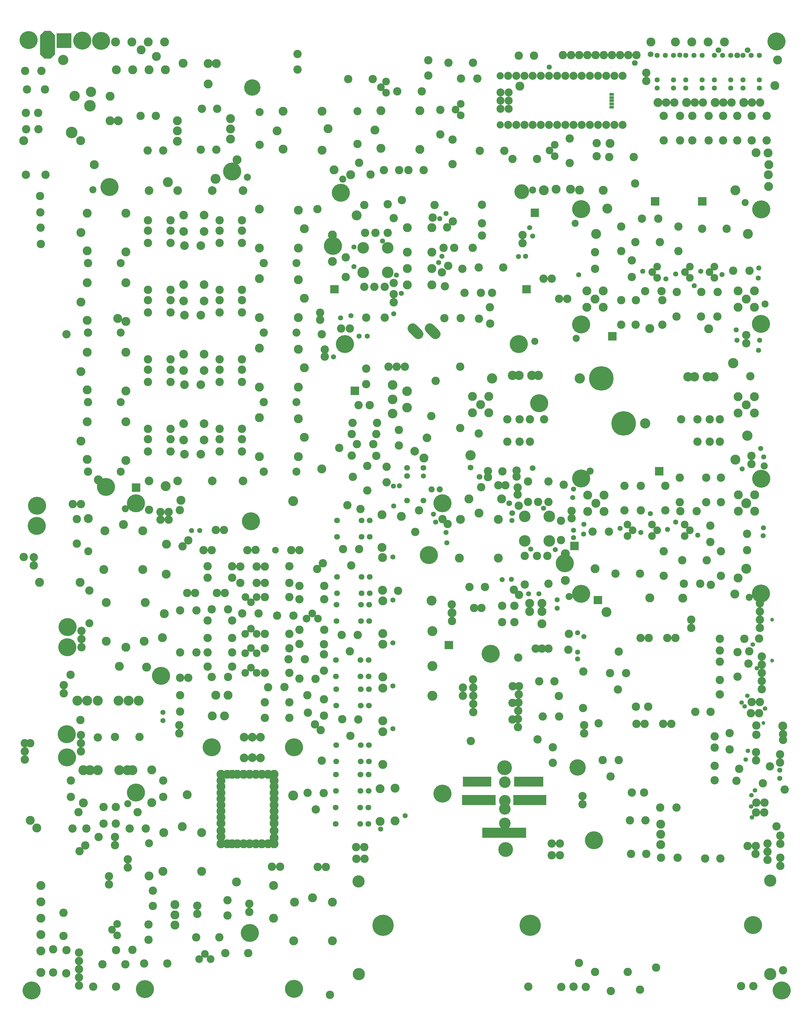
<source format=gbr>
%FSLAX34Y34*%
%MOMM*%
%LNSOLDERMASK_BOTTOM*%
G71*
G01*
%ADD10C,2.600*%
%ADD11C,2.400*%
%ADD12C,2.800*%
%ADD13C,2.600*%
%ADD14C,5.100*%
%ADD15C,1.600*%
%ADD16C,3.100*%
%ADD17C,7.600*%
%ADD18C,3.200*%
%ADD19C,2.900*%
%ADD20C,2.600*%
%ADD21C,2.600*%
%ADD22C,5.600*%
%ADD23C,3.100*%
%ADD24C,2.400*%
%ADD25C,3.100*%
%ADD26C,5.600*%
%ADD27C,3.600*%
%ADD28C,2.800*%
%ADD29C,3.000*%
%ADD30C,1.800*%
%ADD31C,1.600*%
%ADD32C,2.700*%
%ADD33C,2.700*%
%ADD34C,2.500*%
%ADD35C,4.600*%
%ADD36C,5.600*%
%ADD37C,2.700*%
%ADD38C,2.800*%
%ADD39C,2.100*%
%ADD40C,3.100*%
%ADD41C,2.800*%
%ADD42C,6.600*%
%ADD43C,3.600*%
%ADD44C,4.600*%
%ADD45C,5.100*%
%ADD46C,3.200*%
%ADD47C,1.900*%
%ADD48R,1.470X0.835*%
%ADD49C,2.500*%
%ADD50C,2.250*%
%ADD51C,1.800*%
%ADD52C,1.600*%
%ADD53C,1.200*%
%ADD54C,1.400*%
%ADD55C,3.800*%
%ADD56C,2.200*%
%ADD57C,3.200*%
%ADD58C,2.800*%
%LPD*%
X837351Y-421373D02*
G54D10*
D03*
X837401Y-345123D02*
G54D10*
D03*
X756357Y-424773D02*
G54D10*
D03*
X756470Y-475754D02*
G54D10*
D03*
X870657Y-450173D02*
G54D10*
D03*
X870769Y-501154D02*
G54D10*
D03*
X837367Y-649973D02*
G54D10*
D03*
X837417Y-573723D02*
G54D10*
D03*
X958088Y-393359D02*
G54D10*
D03*
X881838Y-393309D02*
G54D10*
D03*
X883047Y-573723D02*
G54D10*
D03*
X882997Y-649973D02*
G54D10*
D03*
X1015150Y-421374D02*
G54D10*
D03*
X1015200Y-345124D02*
G54D10*
D03*
X912482Y-545889D02*
G54D10*
D03*
X1010047Y-548323D02*
G54D10*
D03*
X1009997Y-624573D02*
G54D10*
D03*
X1086246Y-548323D02*
G54D10*
D03*
X1086196Y-624573D02*
G54D10*
D03*
X1137046Y-548323D02*
G54D10*
D03*
X1136996Y-624573D02*
G54D10*
D03*
X1236518Y-482278D02*
G54D10*
D03*
X1185538Y-482391D02*
G54D10*
D03*
X1165064Y-351555D02*
G54D10*
D03*
X1088814Y-351505D02*
G54D10*
D03*
X949722Y-468948D02*
G54D11*
D03*
X933822Y-486523D02*
G54D11*
D03*
X949756Y-504139D02*
G54D11*
D03*
X1051322Y-468948D02*
G54D11*
D03*
X1035422Y-486523D02*
G54D11*
D03*
X1051356Y-504139D02*
G54D11*
D03*
X1127522Y-468948D02*
G54D11*
D03*
X1111622Y-486523D02*
G54D11*
D03*
X1127556Y-504139D02*
G54D11*
D03*
X730622Y-545048D02*
G54D12*
D03*
X781422Y-545048D02*
G54D12*
D03*
X756022Y-570448D02*
G54D12*
D03*
X781422Y-595848D02*
G54D12*
D03*
X730622Y-595848D02*
G54D12*
D03*
X1200522Y-545048D02*
G54D12*
D03*
X1251322Y-545048D02*
G54D12*
D03*
X1225922Y-570448D02*
G54D12*
D03*
X1251322Y-595848D02*
G54D12*
D03*
X1200522Y-595848D02*
G54D12*
D03*
X902048Y-320739D02*
G54D10*
D03*
X953028Y-320626D02*
G54D10*
D03*
X837367Y-649973D02*
G54D13*
D03*
X882997Y-649973D02*
G54D13*
D03*
X1009997Y-624573D02*
G54D13*
D03*
X1086196Y-624573D02*
G54D13*
D03*
X837367Y-649973D02*
G54D13*
D03*
X712946Y-290354D02*
G54D14*
D03*
X963282Y-545889D02*
G54D10*
D03*
X965597Y-573723D02*
G54D10*
D03*
X965547Y-649973D02*
G54D10*
D03*
X794597Y-288573D02*
G54D10*
D03*
X705822Y-494348D02*
G54D15*
D03*
X882997Y-649973D02*
G54D13*
D03*
X965547Y-649973D02*
G54D13*
D03*
X1009997Y-624573D02*
G54D13*
D03*
X1086196Y-624573D02*
G54D13*
D03*
X1272778Y-291148D02*
G54D14*
D03*
X712946Y-649130D02*
G54D14*
D03*
X1272142Y-647542D02*
G54D14*
D03*
X762972Y-367348D02*
G54D15*
D03*
X759796Y-367347D02*
G54D16*
D03*
X1231521Y-367347D02*
G54D16*
D03*
X845572Y-956589D02*
G54D17*
D03*
X775722Y-816888D02*
G54D17*
D03*
X709047Y-816889D02*
G54D18*
D03*
X912247Y-956589D02*
G54D18*
D03*
X500172Y-806789D02*
G54D19*
D03*
X580172Y-806789D02*
G54D20*
D03*
X1045172Y-811789D02*
G54D20*
D03*
X1125172Y-811789D02*
G54D20*
D03*
X580172Y-806789D02*
G54D19*
D03*
X1045172Y-811789D02*
G54D19*
D03*
X1125172Y-811789D02*
G54D12*
D03*
X520172Y-806789D02*
G54D19*
D03*
X560172Y-806789D02*
G54D19*
D03*
X1065172Y-811788D02*
G54D19*
D03*
X1105172Y-811789D02*
G54D19*
D03*
X375747Y-923119D02*
G54D12*
D03*
X375747Y-872319D02*
G54D12*
D03*
X401147Y-897719D02*
G54D12*
D03*
X426547Y-872318D02*
G54D12*
D03*
X426547Y-923119D02*
G54D12*
D03*
X375747Y-924389D02*
G54D21*
D03*
X426547Y-924389D02*
G54D13*
D03*
X1201247Y-924389D02*
G54D12*
D03*
X1201247Y-873589D02*
G54D12*
D03*
X1226647Y-898989D02*
G54D12*
D03*
X1252047Y-873589D02*
G54D12*
D03*
X1252047Y-924389D02*
G54D12*
D03*
X1201247Y-924389D02*
G54D21*
D03*
X1252047Y-924389D02*
G54D13*
D03*
X1074704Y-1013026D02*
G54D10*
D03*
X1074704Y-943176D02*
G54D10*
D03*
X1144554Y-1013026D02*
G54D10*
D03*
X1144554Y-943176D02*
G54D10*
D03*
X1112804Y-943176D02*
G54D10*
D03*
X1112804Y-1013026D02*
G54D10*
D03*
X1144555Y-1013026D02*
G54D13*
D03*
X1144555Y-943176D02*
G54D13*
D03*
X484154Y-1013026D02*
G54D10*
D03*
X484154Y-943176D02*
G54D10*
D03*
X554004Y-1013026D02*
G54D10*
D03*
X554004Y-943176D02*
G54D10*
D03*
X522254Y-943176D02*
G54D10*
D03*
X522254Y-1013026D02*
G54D10*
D03*
X554005Y-1013026D02*
G54D13*
D03*
X554005Y-943176D02*
G54D13*
D03*
X1125172Y-811789D02*
G54D19*
D03*
X598455Y-943176D02*
G54D21*
D03*
X1023905Y-943176D02*
G54D21*
D03*
X1239447Y-810064D02*
G54D21*
D03*
X394897Y-987864D02*
G54D21*
D03*
X375747Y-873589D02*
G54D13*
D03*
X426547Y-873588D02*
G54D13*
D03*
X1201247Y-873589D02*
G54D13*
D03*
X1252047Y-873589D02*
G54D13*
D03*
X1252047Y-924389D02*
G54D13*
D03*
X712946Y-1126967D02*
G54D14*
D03*
X1272778Y-1127760D02*
G54D22*
D03*
X712946Y-1485742D02*
G54D22*
D03*
X1272142Y-1484154D02*
G54D14*
D03*
X1226521Y-1203960D02*
G54D23*
D03*
X112122Y-486888D02*
G54D24*
D03*
X112122Y-410688D02*
G54D24*
D03*
X35922Y-486888D02*
G54D24*
D03*
X112122Y-486888D02*
G54D24*
D03*
X35922Y-410688D02*
G54D24*
D03*
X35922Y-486888D02*
G54D24*
D03*
X112122Y-410688D02*
G54D24*
D03*
X35922Y-410688D02*
G54D24*
D03*
X112034Y-275665D02*
G54D10*
D03*
X112034Y-364565D02*
G54D10*
D03*
X73934Y-364565D02*
G54D10*
D03*
X42184Y-364565D02*
G54D10*
D03*
X102390Y-627455D02*
G54D10*
D03*
X38891Y-532205D02*
G54D10*
D03*
X70640Y-532205D02*
G54D10*
D03*
X102390Y-532205D02*
G54D10*
D03*
X130873Y-519916D02*
G54D10*
D03*
X38890Y-278205D02*
G54D10*
D03*
X156484Y-262965D02*
G54D10*
D03*
X318912Y-410654D02*
G54D10*
D03*
X376062Y-410654D02*
G54D10*
D03*
X404762Y-334454D02*
G54D10*
D03*
X404762Y-277304D02*
G54D10*
D03*
X343712Y-476278D02*
G54D10*
D03*
X289760Y-530160D02*
G54D10*
D03*
X343712Y-476278D02*
G54D13*
D03*
X471488Y-472226D02*
G54D10*
D03*
X395238Y-472176D02*
G54D10*
D03*
X471488Y-472226D02*
G54D13*
D03*
X350662Y-550354D02*
G54D10*
D03*
X401462Y-550354D02*
G54D10*
D03*
X401462Y-550354D02*
G54D10*
D03*
X430069Y-646460D02*
G54D10*
D03*
X429957Y-595480D02*
G54D10*
D03*
X430069Y-646460D02*
G54D10*
D03*
X404762Y-372554D02*
G54D10*
D03*
X436512Y-550354D02*
G54D10*
D03*
X285892Y-410654D02*
G54D10*
D03*
X296812Y-347154D02*
G54D10*
D03*
X173116Y-348650D02*
G54D12*
D03*
X249316Y-348650D02*
G54D12*
D03*
X173116Y-424850D02*
G54D12*
D03*
X173116Y-475650D02*
G54D12*
D03*
X173116Y-526450D02*
G54D12*
D03*
X249316Y-424850D02*
G54D12*
D03*
X249316Y-475650D02*
G54D12*
D03*
X249316Y-526450D02*
G54D12*
D03*
X249316Y-348650D02*
G54D10*
D03*
X395567Y-631453D02*
G54D10*
D03*
X339347Y-629208D02*
G54D10*
D03*
X339347Y-629208D02*
G54D10*
D03*
X288547Y-629208D02*
G54D10*
D03*
G54D25*
X260499Y-678698D02*
X242821Y-661020D01*
G54D25*
X206524Y-678698D02*
X188846Y-661020D01*
X-58340Y-404654D02*
G54D26*
D03*
X257572Y-277654D02*
G54D21*
D03*
X35922Y-410688D02*
G54D27*
D03*
X35922Y-486888D02*
G54D27*
D03*
X112122Y-486888D02*
G54D27*
D03*
X112122Y-410688D02*
G54D27*
D03*
X538200Y-1245090D02*
G54D24*
D03*
X538200Y-1321290D02*
G54D24*
D03*
X614400Y-1245090D02*
G54D24*
D03*
X538200Y-1245090D02*
G54D24*
D03*
X614400Y-1321290D02*
G54D24*
D03*
X614400Y-1245090D02*
G54D24*
D03*
X538200Y-1321290D02*
G54D24*
D03*
X614400Y-1321290D02*
G54D24*
D03*
X538288Y-1456313D02*
G54D10*
D03*
X538288Y-1367413D02*
G54D10*
D03*
X576388Y-1367413D02*
G54D10*
D03*
X608138Y-1367413D02*
G54D10*
D03*
X611432Y-1136273D02*
G54D10*
D03*
X547932Y-1136273D02*
G54D10*
D03*
X611431Y-1199773D02*
G54D10*
D03*
X579682Y-1199773D02*
G54D10*
D03*
X547932Y-1199773D02*
G54D10*
D03*
X519449Y-1212062D02*
G54D10*
D03*
X611432Y-1453773D02*
G54D10*
D03*
X659450Y-1146349D02*
G54D21*
D03*
X614400Y-1321290D02*
G54D27*
D03*
X614400Y-1245090D02*
G54D27*
D03*
X538200Y-1245090D02*
G54D27*
D03*
X538200Y-1321290D02*
G54D27*
D03*
X335192Y-1374671D02*
G54D12*
D03*
X338366Y-1254021D02*
G54D12*
D03*
X455842Y-1374671D02*
G54D12*
D03*
X455842Y-1254021D02*
G54D12*
D03*
X395517Y-1234558D02*
G54D12*
D03*
X338366Y-1254021D02*
G54D28*
D03*
X364213Y-1190440D02*
G54D12*
D03*
X465813Y-1190440D02*
G54D12*
D03*
X553113Y-1514580D02*
G54D12*
D03*
X553113Y-1539980D02*
G54D12*
D03*
X591213Y-1539980D02*
G54D12*
D03*
X591213Y-1578080D02*
G54D12*
D03*
X505708Y-1522586D02*
G54D10*
D03*
X505821Y-1573566D02*
G54D10*
D03*
X505708Y-1522586D02*
G54D10*
D03*
X467608Y-1522586D02*
G54D10*
D03*
X467720Y-1573566D02*
G54D10*
D03*
X467608Y-1522586D02*
G54D10*
D03*
X591213Y-1514580D02*
G54D12*
D03*
X402180Y-1154630D02*
G54D10*
D03*
X364213Y-1190440D02*
G54D12*
D03*
X172171Y-856141D02*
G54D29*
D03*
X172171Y-906941D02*
G54D29*
D03*
X127721Y-881540D02*
G54D29*
D03*
X127721Y-925991D02*
G54D29*
D03*
X127721Y-837091D02*
G54D29*
D03*
X140421Y-779941D02*
G54D10*
D03*
X115021Y-779941D02*
G54D10*
D03*
X165821Y-779941D02*
G54D10*
D03*
X79336Y-954566D02*
G54D10*
D03*
X3086Y-954516D02*
G54D10*
D03*
X394Y-988826D02*
G54D10*
D03*
X76644Y-988876D02*
G54D10*
D03*
X16328Y-1020302D02*
G54D10*
D03*
X67308Y-1020190D02*
G54D10*
D03*
X45171Y-786203D02*
G54D10*
D03*
X45171Y-834003D02*
G54D10*
D03*
X48781Y-1087828D02*
G54D10*
D03*
X48731Y-1164077D02*
G54D10*
D03*
X108671Y-1138890D02*
G54D10*
D03*
X108671Y-1091091D02*
G54D10*
D03*
X21227Y-899047D02*
G54D10*
D03*
X56327Y-899046D02*
G54D10*
D03*
X146771Y-1024591D02*
G54D10*
D03*
X146771Y-976790D02*
G54D10*
D03*
X449Y-1056473D02*
G54D10*
D03*
X76699Y-1056523D02*
G54D10*
D03*
X247646Y-932896D02*
G54D10*
D03*
X108671Y-1138890D02*
G54D10*
D03*
G36*
X23121Y-841871D02*
X23121Y-867871D01*
X-2879Y-867871D01*
X-2879Y-841871D01*
X23121Y-841871D01*
G37*
X222971Y-1094352D02*
G54D30*
D03*
X222971Y-1119752D02*
G54D31*
D03*
X172171Y-1094353D02*
G54D31*
D03*
X172171Y-1119753D02*
G54D30*
D03*
X222971Y-1195953D02*
G54D31*
D03*
X172171Y-1195953D02*
G54D31*
D03*
X225003Y-1063587D02*
G54D12*
D03*
X209308Y-1226092D02*
G54D21*
D03*
X172171Y-1094353D02*
G54D30*
D03*
X222971Y-1195953D02*
G54D30*
D03*
X172171Y-1195953D02*
G54D30*
D03*
X-562820Y-1043040D02*
G54D10*
D03*
X-632670Y-1043040D02*
G54D10*
D03*
X-562820Y-973190D02*
G54D10*
D03*
X-632670Y-973190D02*
G54D10*
D03*
X-632670Y-1004940D02*
G54D10*
D03*
X-562820Y-1004940D02*
G54D10*
D03*
X-519412Y-1051811D02*
G54D32*
D03*
X-468430Y-1051699D02*
G54D32*
D03*
X-340570Y-1043040D02*
G54D10*
D03*
X-410420Y-1043040D02*
G54D10*
D03*
X-340570Y-973190D02*
G54D10*
D03*
X-410420Y-973190D02*
G54D10*
D03*
X-410420Y-1004940D02*
G54D10*
D03*
X-340570Y-1004940D02*
G54D10*
D03*
X-458347Y-1007713D02*
G54D10*
D03*
X-458460Y-956733D02*
G54D10*
D03*
X-521847Y-1007713D02*
G54D10*
D03*
X-521960Y-956733D02*
G54D10*
D03*
X-340570Y-973190D02*
G54D13*
D03*
X-410420Y-973190D02*
G54D13*
D03*
X-458460Y-956732D02*
G54D33*
D03*
X-521960Y-956732D02*
G54D13*
D03*
X-562820Y-973190D02*
G54D13*
D03*
X-632670Y-973190D02*
G54D13*
D03*
X-521847Y-1007713D02*
G54D32*
D03*
X-521960Y-956733D02*
G54D32*
D03*
X-458460Y-956733D02*
G54D32*
D03*
X-458347Y-1007713D02*
G54D32*
D03*
X-286357Y-938748D02*
G54D12*
D03*
X-165707Y-941922D02*
G54D12*
D03*
X-286357Y-1059398D02*
G54D12*
D03*
X-165707Y-1059398D02*
G54D12*
D03*
X-146894Y-999073D02*
G54D12*
D03*
X-272850Y-1105678D02*
G54D34*
D03*
X-171250Y-1105677D02*
G54D34*
D03*
X-165707Y-941922D02*
G54D12*
D03*
X-701352Y-1071486D02*
G54D12*
D03*
X-822002Y-1068312D02*
G54D12*
D03*
X-701352Y-950836D02*
G54D12*
D03*
X-822002Y-950836D02*
G54D12*
D03*
X-840814Y-1011161D02*
G54D12*
D03*
X-822001Y-1068312D02*
G54D12*
D03*
X-822002Y-950836D02*
G54D12*
D03*
X-818950Y-1105678D02*
G54D34*
D03*
X-717350Y-1105677D02*
G54D34*
D03*
X-272850Y-1105678D02*
G54D10*
D03*
X-818950Y-1105678D02*
G54D10*
D03*
X-562820Y-827140D02*
G54D10*
D03*
X-632670Y-827140D02*
G54D10*
D03*
X-562820Y-757290D02*
G54D10*
D03*
X-632670Y-757290D02*
G54D10*
D03*
X-632670Y-789040D02*
G54D10*
D03*
X-562820Y-789040D02*
G54D10*
D03*
X-519412Y-835911D02*
G54D32*
D03*
X-468430Y-835799D02*
G54D32*
D03*
X-340570Y-827140D02*
G54D10*
D03*
X-410420Y-827140D02*
G54D10*
D03*
X-340570Y-757290D02*
G54D10*
D03*
X-410420Y-757290D02*
G54D10*
D03*
X-410420Y-789040D02*
G54D10*
D03*
X-340570Y-789040D02*
G54D10*
D03*
X-458347Y-791813D02*
G54D10*
D03*
X-458460Y-740832D02*
G54D10*
D03*
X-521847Y-791813D02*
G54D10*
D03*
X-521960Y-740833D02*
G54D10*
D03*
X-340570Y-757290D02*
G54D13*
D03*
X-410420Y-757290D02*
G54D13*
D03*
X-458460Y-740832D02*
G54D33*
D03*
X-521960Y-740832D02*
G54D13*
D03*
X-562820Y-757290D02*
G54D13*
D03*
X-632670Y-757290D02*
G54D13*
D03*
X-521847Y-791813D02*
G54D32*
D03*
X-521960Y-740833D02*
G54D32*
D03*
X-458460Y-740832D02*
G54D32*
D03*
X-458347Y-791813D02*
G54D32*
D03*
X-286357Y-722848D02*
G54D12*
D03*
X-165707Y-726022D02*
G54D12*
D03*
X-286357Y-843498D02*
G54D12*
D03*
X-165707Y-843498D02*
G54D12*
D03*
X-146894Y-783173D02*
G54D12*
D03*
X-272850Y-889778D02*
G54D34*
D03*
X-171250Y-889777D02*
G54D34*
D03*
X-165707Y-726022D02*
G54D12*
D03*
X-701352Y-855586D02*
G54D12*
D03*
X-822002Y-852412D02*
G54D12*
D03*
X-701352Y-734936D02*
G54D12*
D03*
X-822002Y-734936D02*
G54D12*
D03*
X-840814Y-795261D02*
G54D12*
D03*
X-822001Y-852413D02*
G54D12*
D03*
X-822002Y-734936D02*
G54D12*
D03*
X-818950Y-889778D02*
G54D34*
D03*
X-717350Y-889777D02*
G54D34*
D03*
X-272850Y-889778D02*
G54D10*
D03*
X-818950Y-889778D02*
G54D10*
D03*
X-562820Y-611240D02*
G54D10*
D03*
X-632670Y-611240D02*
G54D10*
D03*
X-562820Y-541390D02*
G54D10*
D03*
X-632670Y-541390D02*
G54D10*
D03*
X-632670Y-573140D02*
G54D10*
D03*
X-562820Y-573140D02*
G54D10*
D03*
X-519412Y-620011D02*
G54D32*
D03*
X-468430Y-619899D02*
G54D32*
D03*
X-340570Y-611240D02*
G54D10*
D03*
X-410420Y-611240D02*
G54D10*
D03*
X-340570Y-541390D02*
G54D10*
D03*
X-410420Y-541390D02*
G54D10*
D03*
X-410420Y-573140D02*
G54D10*
D03*
X-340570Y-573140D02*
G54D10*
D03*
X-458347Y-575913D02*
G54D10*
D03*
X-458460Y-524932D02*
G54D10*
D03*
X-521847Y-575913D02*
G54D10*
D03*
X-521960Y-524932D02*
G54D10*
D03*
X-340570Y-541390D02*
G54D13*
D03*
X-410420Y-541390D02*
G54D13*
D03*
X-458460Y-524932D02*
G54D33*
D03*
X-521960Y-524932D02*
G54D13*
D03*
X-562820Y-541390D02*
G54D13*
D03*
X-632670Y-541390D02*
G54D13*
D03*
X-521847Y-575913D02*
G54D32*
D03*
X-521960Y-524932D02*
G54D32*
D03*
X-458460Y-524932D02*
G54D32*
D03*
X-458347Y-575913D02*
G54D32*
D03*
X-286357Y-506948D02*
G54D12*
D03*
X-165707Y-510122D02*
G54D12*
D03*
X-286357Y-627598D02*
G54D12*
D03*
X-165707Y-627598D02*
G54D12*
D03*
X-146894Y-567273D02*
G54D12*
D03*
X-272850Y-673878D02*
G54D34*
D03*
X-171250Y-673878D02*
G54D34*
D03*
X-165707Y-510122D02*
G54D12*
D03*
X-701352Y-639686D02*
G54D12*
D03*
X-822002Y-636512D02*
G54D12*
D03*
X-701352Y-519036D02*
G54D12*
D03*
X-822002Y-519036D02*
G54D12*
D03*
X-840814Y-579361D02*
G54D12*
D03*
X-822001Y-636512D02*
G54D12*
D03*
X-822002Y-519036D02*
G54D12*
D03*
X-818950Y-673878D02*
G54D34*
D03*
X-717350Y-673878D02*
G54D34*
D03*
X-272850Y-673878D02*
G54D10*
D03*
X-818950Y-673878D02*
G54D10*
D03*
X-562820Y-395340D02*
G54D10*
D03*
X-632670Y-395340D02*
G54D10*
D03*
X-562820Y-325490D02*
G54D10*
D03*
X-632670Y-325490D02*
G54D10*
D03*
X-632670Y-357240D02*
G54D10*
D03*
X-562820Y-357240D02*
G54D10*
D03*
X-519412Y-404111D02*
G54D32*
D03*
X-468430Y-403999D02*
G54D32*
D03*
X-340570Y-395340D02*
G54D10*
D03*
X-410420Y-395340D02*
G54D10*
D03*
X-340570Y-325490D02*
G54D10*
D03*
X-410420Y-325490D02*
G54D10*
D03*
X-410420Y-357240D02*
G54D10*
D03*
X-340570Y-357240D02*
G54D10*
D03*
X-458347Y-360013D02*
G54D10*
D03*
X-458460Y-309032D02*
G54D10*
D03*
X-521847Y-360013D02*
G54D10*
D03*
X-521960Y-309033D02*
G54D10*
D03*
X-340570Y-325490D02*
G54D13*
D03*
X-410420Y-325490D02*
G54D13*
D03*
X-458460Y-309032D02*
G54D33*
D03*
X-521960Y-309032D02*
G54D13*
D03*
X-562820Y-325490D02*
G54D13*
D03*
X-632670Y-325490D02*
G54D13*
D03*
X-521847Y-360013D02*
G54D32*
D03*
X-521960Y-309033D02*
G54D32*
D03*
X-458460Y-309033D02*
G54D32*
D03*
X-458347Y-360013D02*
G54D32*
D03*
X-286357Y-291048D02*
G54D12*
D03*
X-165707Y-294222D02*
G54D12*
D03*
X-286357Y-411698D02*
G54D12*
D03*
X-165707Y-411698D02*
G54D12*
D03*
X-146894Y-351373D02*
G54D12*
D03*
X-272850Y-457978D02*
G54D34*
D03*
X-171250Y-457978D02*
G54D34*
D03*
X-165707Y-294222D02*
G54D12*
D03*
X-701352Y-423786D02*
G54D12*
D03*
X-822002Y-420612D02*
G54D12*
D03*
X-701352Y-303136D02*
G54D12*
D03*
X-822002Y-303136D02*
G54D12*
D03*
X-840814Y-363461D02*
G54D12*
D03*
X-822001Y-420612D02*
G54D12*
D03*
X-822002Y-303136D02*
G54D12*
D03*
X-818950Y-457978D02*
G54D34*
D03*
X-717350Y-457978D02*
G54D34*
D03*
X-272850Y-457978D02*
G54D10*
D03*
X-818950Y-457978D02*
G54D10*
D03*
X-337696Y-1134713D02*
G54D32*
D03*
X-337696Y-1134713D02*
G54D32*
D03*
X-432946Y-1134713D02*
G54D32*
D03*
X-432946Y-1134713D02*
G54D32*
D03*
X-540896Y-1134713D02*
G54D32*
D03*
X-540896Y-1134713D02*
G54D32*
D03*
X-629796Y-1134713D02*
G54D32*
D03*
X-629796Y-1134713D02*
G54D32*
D03*
X-337696Y-233013D02*
G54D32*
D03*
X-337696Y-233013D02*
G54D32*
D03*
X-432946Y-233013D02*
G54D32*
D03*
X-432946Y-233013D02*
G54D32*
D03*
X-540896Y-233013D02*
G54D32*
D03*
X-540896Y-233013D02*
G54D32*
D03*
X-629796Y-233013D02*
G54D32*
D03*
X-629796Y-233013D02*
G54D32*
D03*
X-886432Y-679543D02*
G54D21*
D03*
X-92682Y-679543D02*
G54D21*
D03*
X519271Y-709455D02*
G54D22*
D03*
X528795Y-236380D02*
G54D35*
D03*
X-20480Y-709455D02*
G54D22*
D03*
X-33180Y-239554D02*
G54D22*
D03*
X-641533Y-1512229D02*
G54D12*
D03*
X-644707Y-1632879D02*
G54D12*
D03*
X-762182Y-1512229D02*
G54D12*
D03*
X-762182Y-1632879D02*
G54D12*
D03*
X-701858Y-1651692D02*
G54D12*
D03*
X-769732Y-1410360D02*
G54D12*
D03*
X-766558Y-1289710D02*
G54D12*
D03*
X-649082Y-1410360D02*
G54D12*
D03*
X-649083Y-1289710D02*
G54D12*
D03*
X-709408Y-1270422D02*
G54D12*
D03*
X-814812Y-1474936D02*
G54D34*
D03*
X-814812Y-1576536D02*
G54D34*
D03*
X-814812Y-1474936D02*
G54D10*
D03*
X-818610Y-1251740D02*
G54D34*
D03*
X-818610Y-1353341D02*
G54D34*
D03*
X-818610Y-1251740D02*
G54D10*
D03*
X-818610Y-1251740D02*
G54D12*
D03*
X-644707Y-1632879D02*
G54D12*
D03*
X-649083Y-1289710D02*
G54D12*
D03*
X-766558Y-1289710D02*
G54D12*
D03*
X-649083Y-1289710D02*
G54D12*
D03*
X-670322Y-1203960D02*
G54D14*
D03*
X282178Y-1203960D02*
G54D14*
D03*
X-670322Y-2102485D02*
G54D14*
D03*
X282178Y-2105660D02*
G54D22*
D03*
X366233Y-1464280D02*
G54D10*
D03*
X414033Y-1464280D02*
G54D10*
D03*
X366233Y-1464279D02*
G54D10*
D03*
X1274829Y-1679870D02*
G54D21*
D03*
X1274830Y-1705270D02*
G54D21*
D03*
X1257366Y-1894182D02*
G54D21*
D03*
X1257367Y-1922758D02*
G54D21*
D03*
X1243645Y-1821120D02*
G54D21*
D03*
X1269045Y-1821120D02*
G54D21*
D03*
X248211Y-1506461D02*
G54D23*
D03*
X251386Y-1601711D02*
G54D23*
D03*
X251386Y-1709661D02*
G54D23*
D03*
X251386Y-1801736D02*
G54D23*
D03*
X-179183Y-1962199D02*
G54D36*
D03*
X-434884Y-1962299D02*
G54D36*
D03*
X-334158Y-1930374D02*
G54D37*
D03*
X-308784Y-1930499D02*
G54D37*
D03*
X-283340Y-1930474D02*
G54D37*
D03*
X-86078Y-1864115D02*
G54D10*
D03*
X-86253Y-1813123D02*
G54D10*
D03*
X-384008Y-1800249D02*
G54D38*
D03*
X-433408Y-1864349D02*
G54D38*
D03*
X-395408Y-1864349D02*
G54D38*
D03*
X-422108Y-1800249D02*
G54D38*
D03*
X-533284Y-1851099D02*
G54D10*
D03*
X-533408Y-1800182D02*
G54D10*
D03*
X-269758Y-1822524D02*
G54D10*
D03*
X-193508Y-1822574D02*
G54D10*
D03*
X-535858Y-1919224D02*
G54D10*
D03*
X-535858Y-1893724D02*
G54D10*
D03*
X-269758Y-1870149D02*
G54D10*
D03*
X-193509Y-1870199D02*
G54D10*
D03*
X-295158Y-1451049D02*
G54D10*
D03*
X-346075Y-1451174D02*
G54D10*
D03*
X-330084Y-1495499D02*
G54D11*
D03*
X-312508Y-1511399D02*
G54D11*
D03*
X-294892Y-1495464D02*
G54D11*
D03*
X-323734Y-1349449D02*
G54D10*
D03*
X-298308Y-1349399D02*
G54D10*
D03*
X-269758Y-1495499D02*
G54D10*
D03*
X-193584Y-1495499D02*
G54D10*
D03*
X-447558Y-1435174D02*
G54D10*
D03*
X-371308Y-1435224D02*
G54D10*
D03*
X-288808Y-1546299D02*
G54D10*
D03*
X-339725Y-1546424D02*
G54D10*
D03*
X-295158Y-1609799D02*
G54D11*
D03*
X-312758Y-1593899D02*
G54D11*
D03*
X-330350Y-1609834D02*
G54D11*
D03*
X-294784Y-1670199D02*
G54D11*
D03*
X-312758Y-1654224D02*
G54D11*
D03*
X-330350Y-1670159D02*
G54D11*
D03*
X-269758Y-1609799D02*
G54D10*
D03*
X-193584Y-1609799D02*
G54D10*
D03*
X-295159Y-1730499D02*
G54D11*
D03*
X-312758Y-1714549D02*
G54D11*
D03*
X-330350Y-1730484D02*
G54D11*
D03*
X-447558Y-1666949D02*
G54D10*
D03*
X-371308Y-1666999D02*
G54D10*
D03*
X-447350Y-1711128D02*
G54D10*
D03*
X-371100Y-1711178D02*
G54D10*
D03*
X-269758Y-1730449D02*
G54D10*
D03*
X-193484Y-1730499D02*
G54D10*
D03*
X-208438Y-1775239D02*
G54D10*
D03*
X-259354Y-1775364D02*
G54D10*
D03*
X-269758Y-1654249D02*
G54D10*
D03*
X-193508Y-1654299D02*
G54D10*
D03*
X-112483Y-1749099D02*
G54D21*
D03*
X-137467Y-1800031D02*
G54D21*
D03*
X-162366Y-1748984D02*
G54D21*
D03*
X-104658Y-1562174D02*
G54D11*
D03*
X-122459Y-1546374D02*
G54D11*
D03*
X-139849Y-1562209D02*
G54D11*
D03*
X-460258Y-1349449D02*
G54D10*
D03*
X-434684Y-1349499D02*
G54D10*
D03*
X-161808Y-1460574D02*
G54D10*
D03*
X-85558Y-1460624D02*
G54D10*
D03*
X-161808Y-1501849D02*
G54D10*
D03*
X-85558Y-1501899D02*
G54D10*
D03*
X-180858Y-1552649D02*
G54D10*
D03*
X-231775Y-1552774D02*
G54D10*
D03*
X-161808Y-1597099D02*
G54D10*
D03*
X-85558Y-1597149D02*
G54D10*
D03*
X-85658Y-1724124D02*
G54D10*
D03*
X-85771Y-1673144D02*
G54D10*
D03*
X-85609Y-1641549D02*
G54D10*
D03*
X-161884Y-1641499D02*
G54D10*
D03*
X-511008Y-1482774D02*
G54D10*
D03*
X-486146Y-1483086D02*
G54D10*
D03*
X-482484Y-1666949D02*
G54D10*
D03*
X-533458Y-1667099D02*
G54D10*
D03*
X-447558Y-1622499D02*
G54D10*
D03*
X-371308Y-1622549D02*
G54D10*
D03*
X-384058Y-1743149D02*
G54D10*
D03*
X-435034Y-1743299D02*
G54D10*
D03*
X-507458Y-1746299D02*
G54D10*
D03*
X-532758Y-1745999D02*
G54D10*
D03*
X-482484Y-1536774D02*
G54D10*
D03*
X-533458Y-1536874D02*
G54D10*
D03*
X-161808Y-1349449D02*
G54D10*
D03*
X-187284Y-1349449D02*
G54D10*
D03*
X-447558Y-1568524D02*
G54D10*
D03*
X-371308Y-1568574D02*
G54D10*
D03*
X-384084Y-1533574D02*
G54D10*
D03*
X-434984Y-1533774D02*
G54D10*
D03*
X-418984Y-1482799D02*
G54D10*
D03*
X-394084Y-1483099D02*
G54D10*
D03*
X-269758Y-1451049D02*
G54D10*
D03*
X-193584Y-1451049D02*
G54D10*
D03*
X-269758Y-1400249D02*
G54D10*
D03*
X-193584Y-1400199D02*
G54D10*
D03*
X-447584Y-1400199D02*
G54D10*
D03*
X-371383Y-1400199D02*
G54D10*
D03*
X-295158Y-1400249D02*
G54D10*
D03*
X-346075Y-1400374D02*
G54D10*
D03*
X-236534Y-1349449D02*
G54D39*
D03*
X-196458Y-1688864D02*
G54D10*
D03*
X-145478Y-1688752D02*
G54D10*
D03*
X-136359Y-1854324D02*
G54D10*
D03*
X-283284Y-1994799D02*
G54D37*
D03*
X-308584Y-1994599D02*
G54D37*
D03*
X-334071Y-1994668D02*
G54D37*
D03*
X53966Y-2006110D02*
G54D31*
D03*
X28566Y-2006110D02*
G54D31*
D03*
X53966Y-1955310D02*
G54D31*
D03*
X28566Y-1955310D02*
G54D31*
D03*
X-47634Y-2006110D02*
G54D30*
D03*
X-47634Y-1955310D02*
G54D31*
D03*
X96575Y-2014994D02*
G54D12*
D03*
X96575Y-1913394D02*
G54D12*
D03*
X134768Y-2089103D02*
G54D12*
D03*
X53966Y-1832676D02*
G54D31*
D03*
X28566Y-1832675D02*
G54D31*
D03*
X53966Y-1781876D02*
G54D31*
D03*
X28566Y-1781876D02*
G54D31*
D03*
X-47634Y-1832676D02*
G54D31*
D03*
X-47634Y-1781876D02*
G54D31*
D03*
X20866Y-1875305D02*
G54D21*
D03*
X-4117Y-1926238D02*
G54D21*
D03*
X-29016Y-1875191D02*
G54D21*
D03*
X56348Y-1483425D02*
G54D31*
D03*
X30948Y-1483426D02*
G54D31*
D03*
X56348Y-1432626D02*
G54D31*
D03*
X30948Y-1432626D02*
G54D31*
D03*
X-45252Y-1483426D02*
G54D31*
D03*
X-45252Y-1432626D02*
G54D31*
D03*
X56348Y-1308007D02*
G54D31*
D03*
X30948Y-1308007D02*
G54D31*
D03*
X56348Y-1257206D02*
G54D31*
D03*
X30948Y-1257207D02*
G54D31*
D03*
X-45252Y-1308006D02*
G54D31*
D03*
X-45252Y-1257207D02*
G54D31*
D03*
X23248Y-1346668D02*
G54D21*
D03*
X-1736Y-1397600D02*
G54D21*
D03*
X-26635Y-1346554D02*
G54D21*
D03*
X19279Y-1612971D02*
G54D21*
D03*
X-5704Y-1663903D02*
G54D21*
D03*
X-30604Y-1612856D02*
G54D21*
D03*
X54760Y-1569944D02*
G54D31*
D03*
X29360Y-1569944D02*
G54D31*
D03*
X54760Y-1519144D02*
G54D31*
D03*
X29360Y-1519144D02*
G54D31*
D03*
X-46840Y-1569944D02*
G54D31*
D03*
X-46840Y-1519144D02*
G54D31*
D03*
X53173Y-1742188D02*
G54D31*
D03*
X27773Y-1742188D02*
G54D31*
D03*
X53173Y-1691388D02*
G54D31*
D03*
X27773Y-1691388D02*
G54D31*
D03*
X-48427Y-1742188D02*
G54D31*
D03*
X-48427Y-1691388D02*
G54D31*
D03*
X96575Y-1879659D02*
G54D12*
D03*
X96575Y-1778059D02*
G54D12*
D03*
X96972Y-1743531D02*
G54D12*
D03*
X96972Y-1641931D02*
G54D12*
D03*
X96972Y-1608990D02*
G54D12*
D03*
X96972Y-1507390D02*
G54D12*
D03*
X95782Y-1474450D02*
G54D12*
D03*
X95782Y-1372850D02*
G54D12*
D03*
X94194Y-1341100D02*
G54D12*
D03*
X94194Y-1239500D02*
G54D12*
D03*
X144467Y-1475656D02*
G54D21*
D03*
X-92864Y-2003500D02*
G54D21*
D03*
X-47634Y-1955310D02*
G54D30*
D03*
X28566Y-2006110D02*
G54D30*
D03*
X53966Y-2006110D02*
G54D30*
D03*
X28566Y-1955310D02*
G54D30*
D03*
X53966Y-1955310D02*
G54D30*
D03*
X-47634Y-1832676D02*
G54D30*
D03*
X-47634Y-1781876D02*
G54D30*
D03*
X28566Y-1832675D02*
G54D30*
D03*
X53966Y-1832676D02*
G54D30*
D03*
X53966Y-1781876D02*
G54D30*
D03*
X28567Y-1781876D02*
G54D30*
D03*
X27773Y-1742188D02*
G54D30*
D03*
X53173Y-1742188D02*
G54D30*
D03*
X53173Y-1691388D02*
G54D30*
D03*
X27773Y-1691388D02*
G54D30*
D03*
X-48427Y-1742188D02*
G54D30*
D03*
X-48427Y-1691388D02*
G54D30*
D03*
X-46840Y-1569944D02*
G54D30*
D03*
X29360Y-1569944D02*
G54D30*
D03*
X-46840Y-1519144D02*
G54D30*
D03*
X29360Y-1519144D02*
G54D30*
D03*
X54760Y-1519144D02*
G54D30*
D03*
X54760Y-1569944D02*
G54D30*
D03*
X-45252Y-1483426D02*
G54D30*
D03*
X-45252Y-1432626D02*
G54D30*
D03*
X30948Y-1483426D02*
G54D30*
D03*
X56348Y-1483425D02*
G54D30*
D03*
X56348Y-1432626D02*
G54D30*
D03*
X30948Y-1432625D02*
G54D30*
D03*
X-45252Y-1308006D02*
G54D30*
D03*
X-45252Y-1257207D02*
G54D30*
D03*
X30948Y-1308007D02*
G54D30*
D03*
X56348Y-1308007D02*
G54D30*
D03*
X56348Y-1257206D02*
G54D30*
D03*
X30948Y-1257207D02*
G54D30*
D03*
X19279Y-1612971D02*
G54D21*
D03*
X23248Y-1346668D02*
G54D21*
D03*
X51982Y-2199783D02*
G54D31*
D03*
X26582Y-2199783D02*
G54D31*
D03*
X51982Y-2148983D02*
G54D31*
D03*
X26582Y-2148983D02*
G54D31*
D03*
X-49618Y-2199783D02*
G54D30*
D03*
X-49618Y-2148983D02*
G54D31*
D03*
X-49618Y-2148983D02*
G54D30*
D03*
X26582Y-2199783D02*
G54D30*
D03*
X51982Y-2199783D02*
G54D30*
D03*
X26582Y-2148983D02*
G54D30*
D03*
X51982Y-2148983D02*
G54D30*
D03*
X-86687Y-2103905D02*
G54D21*
D03*
X-111670Y-2154838D02*
G54D21*
D03*
X-136569Y-2103791D02*
G54D21*
D03*
X88730Y-2090294D02*
G54D12*
D03*
X88730Y-2191893D02*
G54D12*
D03*
X134768Y-2089103D02*
G54D12*
D03*
X134768Y-2190703D02*
G54D12*
D03*
X52776Y-2097389D02*
G54D31*
D03*
X27376Y-2097389D02*
G54D31*
D03*
X52776Y-2046589D02*
G54D31*
D03*
X27376Y-2046589D02*
G54D31*
D03*
X-48824Y-2097390D02*
G54D30*
D03*
X-48825Y-2046589D02*
G54D31*
D03*
X-48825Y-2046589D02*
G54D30*
D03*
X27376Y-2097389D02*
G54D30*
D03*
X52776Y-2097389D02*
G54D30*
D03*
X27375Y-2046589D02*
G54D30*
D03*
X52776Y-2046589D02*
G54D30*
D03*
X-181724Y-1197467D02*
G54D40*
D03*
X-181724Y-2111867D02*
G54D23*
D03*
X-240739Y-2160511D02*
G54D41*
D03*
X-240739Y-2141461D02*
G54D41*
D03*
X-240739Y-2122411D02*
G54D41*
D03*
X-240739Y-2103361D02*
G54D41*
D03*
X-240739Y-2084311D02*
G54D41*
D03*
X-240739Y-2065261D02*
G54D41*
D03*
X-240739Y-2046211D02*
G54D41*
D03*
X-240739Y-2179561D02*
G54D41*
D03*
X-240739Y-2198611D02*
G54D41*
D03*
X-240739Y-2220836D02*
G54D41*
D03*
X-575424Y-1330817D02*
G54D12*
D03*
X154192Y-1245260D02*
G54D12*
D03*
X45240Y-627455D02*
G54D10*
D03*
X675220Y-1609509D02*
G54D10*
D03*
X1268480Y-1540170D02*
G54D21*
D03*
X1268480Y-1565570D02*
G54D21*
D03*
X1268480Y-1590970D02*
G54D21*
D03*
X597324Y-232039D02*
G54D23*
D03*
X1192689Y-232208D02*
G54D23*
D03*
X1192688Y-1068821D02*
G54D12*
D03*
X781474Y-232039D02*
G54D12*
D03*
X679874Y-228864D02*
G54D12*
D03*
X635424Y-228864D02*
G54D12*
D03*
X-853678Y-1253173D02*
G54D10*
D03*
X-853728Y-1329423D02*
G54D10*
D03*
X-853728Y-1329423D02*
G54D13*
D03*
X-853728Y-1329423D02*
G54D13*
D03*
X-866613Y-1206744D02*
G54D10*
D03*
X-841138Y-1206744D02*
G54D10*
D03*
X-5442Y-661428D02*
G54D10*
D03*
X-32429Y-661428D02*
G54D10*
D03*
X131084Y-555065D02*
G54D10*
D03*
X131084Y-580465D02*
G54D10*
D03*
X131084Y-615390D02*
G54D15*
D03*
X-34016Y-628090D02*
G54D15*
D03*
X531133Y-396314D02*
G54D10*
D03*
X531133Y-370915D02*
G54D10*
D03*
X553422Y-348298D02*
G54D15*
D03*
X1226458Y-682065D02*
G54D10*
D03*
X1226458Y-707465D02*
G54D10*
D03*
X1194772Y-665798D02*
G54D15*
D03*
X1242334Y-1056715D02*
G54D10*
D03*
X1242334Y-1082115D02*
G54D10*
D03*
X1270972Y-1034098D02*
G54D15*
D03*
X683534Y-1228165D02*
G54D10*
D03*
X683534Y-1250390D02*
G54D10*
D03*
X686772Y-1186498D02*
G54D15*
D03*
X689946Y-1288098D02*
G54D15*
D03*
X298133Y-1268972D02*
G54D10*
D03*
X282417Y-1253256D02*
G54D10*
D03*
X293072Y-1294448D02*
G54D15*
D03*
X261322Y-1262698D02*
G54D15*
D03*
X519941Y-1488435D02*
G54D10*
D03*
X504226Y-1472720D02*
G54D10*
D03*
X496272Y-1440498D02*
G54D15*
D03*
X550246Y-1484948D02*
G54D15*
D03*
X-2266Y-621740D02*
G54D15*
D03*
X562884Y-374090D02*
G54D15*
D03*
X518434Y-437590D02*
G54D15*
D03*
X540722Y-437198D02*
G54D15*
D03*
X1197884Y-697940D02*
G54D15*
D03*
X1267734Y-697940D02*
G54D15*
D03*
X1264622Y-729298D02*
G54D15*
D03*
X1280434Y-1059890D02*
G54D15*
D03*
X1213822Y-1097598D02*
G54D15*
D03*
X23134Y-685240D02*
G54D15*
D03*
X48534Y-685240D02*
G54D15*
D03*
X689884Y-1159902D02*
G54D15*
D03*
X689884Y-1310715D02*
G54D15*
D03*
X467634Y-1440890D02*
G54D15*
D03*
X581934Y-1485340D02*
G54D15*
D03*
X254115Y-1237690D02*
G54D15*
D03*
X296184Y-1326590D02*
G54D15*
D03*
X639084Y-1529790D02*
G54D15*
D03*
X639146Y-1503998D02*
G54D15*
D03*
X-724032Y-1817056D02*
G54D23*
D03*
X-789119Y-1817056D02*
G54D23*
D03*
X-721650Y-2032956D02*
G54D23*
D03*
X-788722Y-2032956D02*
G54D23*
D03*
X-692678Y-1817056D02*
G54D23*
D03*
X-822060Y-1817056D02*
G54D23*
D03*
X-681169Y-2032956D02*
G54D23*
D03*
X-833569Y-2032956D02*
G54D23*
D03*
X-735291Y-1929759D02*
G54D10*
D03*
X-659041Y-1929808D02*
G54D10*
D03*
X-843001Y-1877404D02*
G54D10*
D03*
X-789119Y-1931356D02*
G54D10*
D03*
X-621465Y-2032122D02*
G54D12*
D03*
X-621465Y-2133722D02*
G54D12*
D03*
X-833569Y-2032956D02*
G54D12*
D03*
X-833569Y-2134556D02*
G54D12*
D03*
X-585559Y-2065173D02*
G54D10*
D03*
X-585447Y-2116154D02*
G54D10*
D03*
X-872896Y-2065173D02*
G54D10*
D03*
X-872784Y-2116154D02*
G54D10*
D03*
X-849179Y-2163399D02*
G54D21*
D03*
X-824280Y-2214446D02*
G54D21*
D03*
X-690013Y-2214331D02*
G54D21*
D03*
X-665029Y-2163399D02*
G54D21*
D03*
X-640130Y-2214446D02*
G54D21*
D03*
X-733196Y-2147724D02*
G54D10*
D03*
X-733084Y-2198704D02*
G54D10*
D03*
X-771296Y-2147724D02*
G54D10*
D03*
X-771184Y-2198704D02*
G54D10*
D03*
X-735241Y-2240959D02*
G54D10*
D03*
X-786041Y-2240959D02*
G54D10*
D03*
X-852619Y-1817056D02*
G54D23*
D03*
X-662119Y-1817056D02*
G54D23*
D03*
X-867813Y-2214331D02*
G54D21*
D03*
X-535858Y-1893724D02*
G54D10*
D03*
X-894633Y-1794605D02*
G54D10*
D03*
X-894634Y-1769105D02*
G54D10*
D03*
X-582566Y-1546742D02*
G54D12*
D03*
X97676Y-2515092D02*
G54D12*
D03*
X554876Y-2515092D02*
G54D42*
D03*
X-92050Y-107660D02*
G54D12*
D03*
X-212700Y-104487D02*
G54D12*
D03*
X-92050Y12990D02*
G54D12*
D03*
X-212700Y12990D02*
G54D12*
D03*
X-231512Y-47336D02*
G54D12*
D03*
X-212700Y-104487D02*
G54D12*
D03*
X-286128Y-90728D02*
G54D34*
D03*
X-286128Y10871D02*
G54D34*
D03*
X-286128Y-90729D02*
G54D10*
D03*
X-212700Y-104487D02*
G54D12*
D03*
X211976Y-105267D02*
G54D12*
D03*
X91326Y-102093D02*
G54D12*
D03*
X211976Y15383D02*
G54D12*
D03*
X91326Y15383D02*
G54D12*
D03*
X72514Y-44942D02*
G54D12*
D03*
X91326Y-102094D02*
G54D12*
D03*
X17898Y-88335D02*
G54D34*
D03*
X17898Y13265D02*
G54D34*
D03*
X17898Y-88335D02*
G54D10*
D03*
X91326Y-102093D02*
G54D12*
D03*
X-799676Y-152664D02*
G54D12*
D03*
X-870328Y-52629D02*
G54D43*
D03*
X-371302Y-173432D02*
G54D22*
D03*
X-752302Y-221851D02*
G54D22*
D03*
X-763414Y-1153714D02*
G54D14*
D03*
X-578015Y-1150670D02*
G54D40*
D03*
X-571491Y-206675D02*
G54D40*
D03*
X-422693Y-196769D02*
G54D40*
D03*
X-586741Y-2347448D02*
G54D12*
D03*
X-583567Y-2226798D02*
G54D12*
D03*
X-466091Y-2347447D02*
G54D12*
D03*
X-466091Y-2226798D02*
G54D12*
D03*
X-526416Y-2207985D02*
G54D12*
D03*
X-583568Y-2226798D02*
G54D12*
D03*
X-466091Y-2226798D02*
G54D12*
D03*
X-629928Y-2362028D02*
G54D34*
D03*
X-629928Y-2260429D02*
G54D34*
D03*
X727950Y-2706311D02*
G54D10*
D03*
X651650Y-2706312D02*
G54D10*
D03*
X689850Y-2705517D02*
G54D10*
D03*
X97676Y-2515092D02*
G54D42*
D03*
X1210450Y-2703533D02*
G54D10*
D03*
X1248650Y-2703532D02*
G54D10*
D03*
X337271Y-970441D02*
G54D10*
D03*
X280708Y-486784D02*
G54D10*
D03*
X300326Y-467166D02*
G54D10*
D03*
X337271Y-779941D02*
G54D10*
D03*
X261071Y-824391D02*
G54D10*
D03*
X-38894Y-1032669D02*
G54D10*
D03*
X-13494Y-1210469D02*
G54D10*
D03*
X-586466Y-1879040D02*
G54D15*
D03*
X-586466Y-1853640D02*
G54D15*
D03*
X-525742Y-1337684D02*
G54D10*
D03*
X-507711Y-1319652D02*
G54D10*
D03*
X-497566Y-1288490D02*
G54D15*
D03*
X-472166Y-1288490D02*
G54D15*
D03*
X-180341Y-2563348D02*
G54D12*
D03*
X-177167Y-2442698D02*
G54D12*
D03*
X-59691Y-2563347D02*
G54D12*
D03*
X-59691Y-2442698D02*
G54D12*
D03*
X-177168Y-2442698D02*
G54D12*
D03*
X-59691Y-2442698D02*
G54D12*
D03*
X-242901Y-2492484D02*
G54D34*
D03*
X-242901Y-2390884D02*
G54D34*
D03*
X-480112Y-2453968D02*
G54D10*
D03*
X-480112Y-2479468D02*
G54D10*
D03*
X475646Y-2025750D02*
G54D44*
D03*
G36*
X378195Y-2053333D02*
X434195Y-2053333D01*
X434195Y-2084333D01*
X378195Y-2084333D01*
X378195Y-2053333D01*
G37*
G36*
X539721Y-2053333D02*
X595721Y-2053333D01*
X595721Y-2084333D01*
X539721Y-2084333D01*
X539721Y-2053333D01*
G37*
G36*
X391286Y-2110482D02*
X447286Y-2110482D01*
X447286Y-2141482D01*
X391286Y-2141482D01*
X391286Y-2110482D01*
G37*
G36*
X502019Y-2110482D02*
X558019Y-2110482D01*
X558019Y-2141482D01*
X502019Y-2141482D01*
X502019Y-2110482D01*
G37*
G36*
X405580Y-2212082D02*
X461580Y-2212082D01*
X461580Y-2243082D01*
X405580Y-2243082D01*
X405580Y-2212082D01*
G37*
G36*
X486141Y-2212082D02*
X542141Y-2212082D01*
X542141Y-2243082D01*
X486141Y-2243082D01*
X486141Y-2212082D01*
G37*
G36*
X447646Y-2212083D02*
X503646Y-2212083D01*
X503646Y-2243083D01*
X447646Y-2243083D01*
X447646Y-2212083D01*
G37*
X478821Y-2279751D02*
G54D44*
D03*
X-1004094Y234315D02*
G54D22*
D03*
X-308372Y86677D02*
G54D45*
D03*
X752872Y-2250917D02*
G54D22*
D03*
X-994172Y-2716848D02*
G54D22*
D03*
X-376623Y-9783D02*
G54D12*
D03*
X-376623Y-41533D02*
G54D12*
D03*
X-376623Y-73283D02*
G54D12*
D03*
X-468473Y-105888D02*
G54D10*
D03*
X-420673Y-105888D02*
G54D10*
D03*
X-465298Y21112D02*
G54D10*
D03*
X-417498Y21112D02*
G54D10*
D03*
X-541723Y-16133D02*
G54D12*
D03*
X-541723Y-47883D02*
G54D12*
D03*
X-541723Y-79633D02*
G54D12*
D03*
X-633573Y-109063D02*
G54D10*
D03*
X-585773Y-109063D02*
G54D10*
D03*
X-655798Y-1114D02*
G54D10*
D03*
X-607998Y-1113D02*
G54D10*
D03*
X-548875Y-2514122D02*
G54D12*
D03*
X-548875Y-2482373D02*
G54D12*
D03*
X-548874Y-2450623D02*
G54D12*
D03*
X-618112Y-2407334D02*
G54D10*
D03*
X-618112Y-2455134D02*
G54D10*
D03*
X-629928Y-2362028D02*
G54D12*
D03*
X-242901Y-2492484D02*
G54D12*
D03*
X280372Y-437198D02*
G54D15*
D03*
X270784Y-456640D02*
G54D15*
D03*
X296812Y-347154D02*
G54D10*
D03*
X314843Y-329123D02*
G54D10*
D03*
X293072Y-303848D02*
G54D15*
D03*
X273959Y-320115D02*
G54D15*
D03*
X-754140Y-2362830D02*
G54D10*
D03*
X-813178Y29921D02*
G54D43*
D03*
X-730762Y142383D02*
G54D12*
D03*
X-679962Y142383D02*
G54D12*
D03*
X-629162Y142383D02*
G54D12*
D03*
X-578362Y142383D02*
G54D12*
D03*
X-895862Y172148D02*
G54D46*
D03*
X-458460Y-524932D02*
G54D32*
D03*
X-521960Y-740833D02*
G54D32*
D03*
X-458460Y-740832D02*
G54D32*
D03*
X-521960Y-956733D02*
G54D32*
D03*
X-458460Y-956733D02*
G54D32*
D03*
X154103Y-551890D02*
G54D15*
D03*
X1147737Y-1353136D02*
G54D10*
D03*
X1147687Y-1429386D02*
G54D10*
D03*
X1228730Y-1349736D02*
G54D10*
D03*
X1228618Y-1298756D02*
G54D10*
D03*
X1114431Y-1324336D02*
G54D10*
D03*
X1114318Y-1273356D02*
G54D10*
D03*
X1147721Y-1124536D02*
G54D10*
D03*
X1147671Y-1200786D02*
G54D10*
D03*
X1027000Y-1381150D02*
G54D10*
D03*
X1103250Y-1381200D02*
G54D10*
D03*
X1102041Y-1200786D02*
G54D10*
D03*
X1102091Y-1124536D02*
G54D10*
D03*
X969938Y-1353136D02*
G54D10*
D03*
X969888Y-1429385D02*
G54D10*
D03*
X1072606Y-1228620D02*
G54D10*
D03*
X975041Y-1226186D02*
G54D10*
D03*
X975091Y-1149936D02*
G54D10*
D03*
X898841Y-1226186D02*
G54D10*
D03*
X898891Y-1149936D02*
G54D10*
D03*
X848041Y-1226186D02*
G54D10*
D03*
X848091Y-1149936D02*
G54D10*
D03*
X748570Y-1292230D02*
G54D10*
D03*
X799550Y-1292118D02*
G54D10*
D03*
X820024Y-1422954D02*
G54D10*
D03*
X896274Y-1423004D02*
G54D10*
D03*
X1035366Y-1305562D02*
G54D11*
D03*
X1051266Y-1287986D02*
G54D11*
D03*
X1035332Y-1270370D02*
G54D11*
D03*
X933766Y-1305561D02*
G54D11*
D03*
X949666Y-1287986D02*
G54D11*
D03*
X933731Y-1270370D02*
G54D11*
D03*
X857566Y-1305561D02*
G54D11*
D03*
X873466Y-1287986D02*
G54D11*
D03*
X857531Y-1270370D02*
G54D11*
D03*
X1252878Y-1228668D02*
G54D12*
D03*
X1202078Y-1228668D02*
G54D12*
D03*
X1227478Y-1203268D02*
G54D12*
D03*
X1202078Y-1177868D02*
G54D12*
D03*
X1252878Y-1177868D02*
G54D12*
D03*
X784566Y-1229461D02*
G54D12*
D03*
X733766Y-1229461D02*
G54D12*
D03*
X759166Y-1204061D02*
G54D12*
D03*
X733766Y-1178661D02*
G54D12*
D03*
X784566Y-1178662D02*
G54D12*
D03*
X1083040Y-1453770D02*
G54D10*
D03*
X1032060Y-1453883D02*
G54D10*
D03*
X1147721Y-1124536D02*
G54D13*
D03*
X1102091Y-1124536D02*
G54D13*
D03*
X975091Y-1149936D02*
G54D13*
D03*
X898891Y-1149936D02*
G54D13*
D03*
X1147721Y-1124536D02*
G54D13*
D03*
X1272142Y-1484154D02*
G54D14*
D03*
X1021806Y-1228620D02*
G54D10*
D03*
X1019491Y-1200786D02*
G54D10*
D03*
X1019541Y-1124536D02*
G54D10*
D03*
X1279266Y-1280161D02*
G54D15*
D03*
X1102091Y-1124536D02*
G54D13*
D03*
X1019541Y-1124536D02*
G54D13*
D03*
X975091Y-1149936D02*
G54D13*
D03*
X898891Y-1149936D02*
G54D13*
D03*
X712945Y-1126967D02*
G54D14*
D03*
X1192688Y-1068820D02*
G54D16*
D03*
X721666Y-1269761D02*
G54D15*
D03*
X1225922Y-1407060D02*
G54D16*
D03*
X756022Y-1407060D02*
G54D38*
D03*
X792400Y-1542301D02*
G54D16*
D03*
X837350Y-421372D02*
G54D10*
D03*
X837400Y-345122D02*
G54D10*
D03*
X756357Y-424773D02*
G54D10*
D03*
X756469Y-475754D02*
G54D10*
D03*
X870656Y-450172D02*
G54D10*
D03*
X870768Y-501153D02*
G54D10*
D03*
X837366Y-649972D02*
G54D10*
D03*
X837416Y-573722D02*
G54D10*
D03*
X958087Y-393358D02*
G54D10*
D03*
X881837Y-393308D02*
G54D10*
D03*
X883046Y-573722D02*
G54D10*
D03*
X882996Y-649972D02*
G54D10*
D03*
X1015150Y-421374D02*
G54D10*
D03*
X1015199Y-345124D02*
G54D10*
D03*
X912481Y-545889D02*
G54D10*
D03*
X1010046Y-548322D02*
G54D10*
D03*
X1009996Y-624572D02*
G54D10*
D03*
X1086246Y-548322D02*
G54D10*
D03*
X1086196Y-624572D02*
G54D10*
D03*
X1137046Y-548322D02*
G54D10*
D03*
X1136996Y-624572D02*
G54D10*
D03*
X1236518Y-482278D02*
G54D10*
D03*
X1185537Y-482390D02*
G54D10*
D03*
X1165062Y-351554D02*
G54D10*
D03*
X1088813Y-351504D02*
G54D10*
D03*
X949721Y-468947D02*
G54D11*
D03*
X933821Y-486522D02*
G54D11*
D03*
X949755Y-504138D02*
G54D11*
D03*
X1051321Y-468948D02*
G54D11*
D03*
X1035421Y-486522D02*
G54D11*
D03*
X1051356Y-504138D02*
G54D11*
D03*
X1127521Y-468948D02*
G54D11*
D03*
X1111621Y-486522D02*
G54D11*
D03*
X1127556Y-504138D02*
G54D11*
D03*
X730621Y-545047D02*
G54D12*
D03*
X781421Y-545048D02*
G54D12*
D03*
X756021Y-570447D02*
G54D12*
D03*
X781421Y-595848D02*
G54D12*
D03*
X730621Y-595848D02*
G54D12*
D03*
X1200521Y-545048D02*
G54D12*
D03*
X1251321Y-545048D02*
G54D12*
D03*
X1225920Y-570448D02*
G54D12*
D03*
X1251320Y-595848D02*
G54D12*
D03*
X1200521Y-595848D02*
G54D12*
D03*
X902047Y-320738D02*
G54D10*
D03*
X953027Y-320626D02*
G54D10*
D03*
X837366Y-649972D02*
G54D13*
D03*
X882996Y-649972D02*
G54D13*
D03*
X1009996Y-624572D02*
G54D13*
D03*
X1086196Y-624572D02*
G54D13*
D03*
X837366Y-649972D02*
G54D13*
D03*
X712945Y-290354D02*
G54D14*
D03*
X963281Y-545889D02*
G54D10*
D03*
X965596Y-573722D02*
G54D10*
D03*
X965546Y-649972D02*
G54D10*
D03*
X794596Y-288572D02*
G54D23*
D03*
X705821Y-494347D02*
G54D15*
D03*
X882996Y-649972D02*
G54D13*
D03*
X965546Y-649972D02*
G54D13*
D03*
X1009996Y-624572D02*
G54D13*
D03*
X1086196Y-624572D02*
G54D13*
D03*
X1272777Y-291148D02*
G54D14*
D03*
X712945Y-649129D02*
G54D22*
D03*
X1272142Y-647542D02*
G54D14*
D03*
X1263421Y-504747D02*
G54D15*
D03*
X248371Y-1160941D02*
G54D47*
D03*
X273771Y-1160941D02*
G54D47*
D03*
X1200711Y-1436611D02*
G54D12*
D03*
X-370914Y-2262111D02*
G54D41*
D03*
X-240739Y-2243061D02*
G54D41*
D03*
X-240739Y-2262111D02*
G54D41*
D03*
X-335989Y-2262111D02*
G54D41*
D03*
X-316939Y-2262111D02*
G54D41*
D03*
X-297889Y-2262111D02*
G54D41*
D03*
X-278839Y-2262111D02*
G54D41*
D03*
X-259789Y-2262111D02*
G54D41*
D03*
X-355039Y-2262111D02*
G54D41*
D03*
X-240739Y-2262111D02*
G54D41*
D03*
X-405839Y-2239886D02*
G54D41*
D03*
X-405839Y-2220836D02*
G54D41*
D03*
X-405839Y-2262111D02*
G54D41*
D03*
X-405839Y-2084311D02*
G54D12*
D03*
X-405839Y-2065261D02*
G54D41*
D03*
X-405839Y-2046211D02*
G54D41*
D03*
X-405839Y-2141461D02*
G54D41*
D03*
X-405839Y-2122411D02*
G54D41*
D03*
X-405839Y-2103361D02*
G54D41*
D03*
X-405839Y-2084311D02*
G54D41*
D03*
X-405839Y-2198611D02*
G54D41*
D03*
X-405839Y-2179561D02*
G54D41*
D03*
X-405839Y-2160511D02*
G54D41*
D03*
X-405839Y-2141461D02*
G54D41*
D03*
X-386789Y-2262111D02*
G54D41*
D03*
X-594224Y-1231185D02*
G54D10*
D03*
X-594224Y-1254700D02*
G54D10*
D03*
X-568824Y-1231185D02*
G54D10*
D03*
X-568824Y-1254700D02*
G54D10*
D03*
X-873284Y-1736497D02*
G54D10*
D03*
X1300004Y-2021453D02*
G54D21*
D03*
X-728593Y-2510741D02*
G54D11*
D03*
X-744492Y-2528316D02*
G54D11*
D03*
X-728558Y-2545932D02*
G54D11*
D03*
X-847163Y-2599846D02*
G54D10*
D03*
X-847214Y-2625420D02*
G54D10*
D03*
X-847214Y-2625420D02*
G54D10*
D03*
X-847264Y-2650994D02*
G54D10*
D03*
X1247378Y-2513648D02*
G54D22*
D03*
X-750412Y59892D02*
G54D12*
D03*
X-965712Y-2391267D02*
G54D12*
D03*
X-965712Y-2442067D02*
G54D12*
D03*
X-965712Y-2492867D02*
G54D12*
D03*
X-965712Y-2543667D02*
G54D12*
D03*
X-847264Y-2650994D02*
G54D10*
D03*
X-847315Y-2676569D02*
G54D10*
D03*
X-847315Y-2676569D02*
G54D10*
D03*
X-847365Y-2702144D02*
G54D10*
D03*
G36*
X504796Y-2053332D02*
X560796Y-2053332D01*
X560796Y-2084332D01*
X504796Y-2084332D01*
X504796Y-2053332D01*
G37*
X338659Y35844D02*
G54D11*
D03*
X322759Y18269D02*
G54D11*
D03*
X338694Y653D02*
G54D11*
D03*
X677955Y-147363D02*
G54D10*
D03*
X678005Y-71114D02*
G54D10*
D03*
X141957Y75014D02*
G54D10*
D03*
X218207Y74964D02*
G54D10*
D03*
X582770Y-893605D02*
G54D22*
D03*
X27156Y-1222159D02*
G54D10*
D03*
X3572Y-1122204D02*
G54D21*
D03*
X808291Y66101D02*
G54D48*
D03*
X808291Y55941D02*
G54D48*
D03*
X808291Y46289D02*
G54D48*
D03*
X808291Y36129D02*
G54D48*
D03*
X808291Y26223D02*
G54D48*
D03*
X486727Y-29403D02*
G54D49*
D03*
X512127Y-29403D02*
G54D49*
D03*
X537527Y-29403D02*
G54D49*
D03*
X562927Y-29403D02*
G54D49*
D03*
X588327Y-29403D02*
G54D49*
D03*
X613727Y-29403D02*
G54D49*
D03*
X639127Y-29403D02*
G54D49*
D03*
X664527Y-29403D02*
G54D49*
D03*
X689927Y-29403D02*
G54D49*
D03*
X715327Y-29403D02*
G54D49*
D03*
X740727Y-29403D02*
G54D49*
D03*
X766127Y-29403D02*
G54D49*
D03*
X791527Y-29403D02*
G54D49*
D03*
X816927Y-29403D02*
G54D49*
D03*
X842327Y-29403D02*
G54D49*
D03*
X486727Y122997D02*
G54D49*
D03*
X512127Y122997D02*
G54D49*
D03*
X537527Y122997D02*
G54D49*
D03*
X562927Y122997D02*
G54D49*
D03*
X588327Y122997D02*
G54D49*
D03*
X613727Y122997D02*
G54D49*
D03*
X639127Y122997D02*
G54D49*
D03*
X664527Y122997D02*
G54D49*
D03*
X689927Y122997D02*
G54D49*
D03*
X715327Y122997D02*
G54D49*
D03*
X740727Y122997D02*
G54D49*
D03*
X766127Y122997D02*
G54D49*
D03*
X791527Y122997D02*
G54D49*
D03*
X816927Y122997D02*
G54D49*
D03*
X842327Y122997D02*
G54D49*
D03*
X461486Y123156D02*
G54D50*
D03*
X461486Y-29244D02*
G54D50*
D03*
X487743Y71943D02*
G54D49*
D03*
X462343Y71943D02*
G54D49*
D03*
X487743Y46543D02*
G54D49*
D03*
X462343Y46543D02*
G54D49*
D03*
X487743Y21143D02*
G54D49*
D03*
X462343Y21143D02*
G54D49*
D03*
X-73000Y-40987D02*
G54D12*
D03*
X65821Y113030D02*
G54D10*
D03*
X-10429Y113081D02*
G54D10*
D03*
X275395Y17303D02*
G54D10*
D03*
X275345Y-58947D02*
G54D10*
D03*
X313495Y-74772D02*
G54D10*
D03*
X313444Y-151022D02*
G54D10*
D03*
X-54724Y-168767D02*
G54D12*
D03*
X523126Y91583D02*
G54D12*
D03*
X300707Y163914D02*
G54D10*
D03*
X376957Y163864D02*
G54D10*
D03*
X238096Y124170D02*
G54D10*
D03*
X238096Y171970D02*
G54D10*
D03*
X390506Y114588D02*
G54D10*
D03*
X339525Y114476D02*
G54D10*
D03*
X630759Y-91156D02*
G54D11*
D03*
X614859Y-108731D02*
G54D11*
D03*
X630794Y-126347D02*
G54D11*
D03*
X500165Y-134590D02*
G54D10*
D03*
X576415Y-134640D02*
G54D10*
D03*
X398565Y-109190D02*
G54D10*
D03*
X474815Y-109240D02*
G54D10*
D03*
X881165Y-210790D02*
G54D10*
D03*
X1320007Y229705D02*
G54D22*
D03*
X195704Y-1042638D02*
G54D32*
D03*
X233804Y-1001363D02*
G54D32*
D03*
X106884Y105694D02*
G54D11*
D03*
X90984Y88119D02*
G54D11*
D03*
X106919Y70503D02*
G54D11*
D03*
X-750412Y-16308D02*
G54D12*
D03*
X-725012Y-16308D02*
G54D12*
D03*
X-445612Y161492D02*
G54D12*
D03*
X-420212Y161492D02*
G54D12*
D03*
X-445612Y97992D02*
G54D12*
D03*
X-168304Y143220D02*
G54D10*
D03*
X-168304Y191020D02*
G54D10*
D03*
X-438318Y-2619540D02*
G54D11*
D03*
X-455893Y-2603640D02*
G54D11*
D03*
X-473508Y-2619575D02*
G54D11*
D03*
X-67293Y-2730632D02*
G54D10*
D03*
X127909Y-1371040D02*
G54D15*
D03*
X131084Y-1212290D02*
G54D15*
D03*
X127909Y-1504390D02*
G54D15*
D03*
X127909Y-1637740D02*
G54D15*
D03*
X127909Y-1771090D02*
G54D15*
D03*
X127909Y-1904440D02*
G54D15*
D03*
X89809Y-2215590D02*
G54D15*
D03*
X166009Y-2174315D02*
G54D15*
D03*
X-733936Y228108D02*
G54D12*
D03*
X-683136Y228108D02*
G54D12*
D03*
X-632336Y228108D02*
G54D12*
D03*
X-581536Y228108D02*
G54D12*
D03*
X1005964Y228108D02*
G54D12*
D03*
X1056764Y228108D02*
G54D12*
D03*
X1107564Y228108D02*
G54D12*
D03*
X1158364Y228108D02*
G54D12*
D03*
X929764Y228108D02*
G54D12*
D03*
X-606936Y183658D02*
G54D12*
D03*
X949888Y85056D02*
G54D31*
D03*
X949888Y110456D02*
G54D31*
D03*
X1000688Y85056D02*
G54D31*
D03*
X1000688Y110456D02*
G54D31*
D03*
X949888Y186656D02*
G54D31*
D03*
X1000688Y186656D02*
G54D31*
D03*
X1038788Y85056D02*
G54D31*
D03*
X1038788Y110456D02*
G54D31*
D03*
X1089588Y85056D02*
G54D31*
D03*
X1089588Y110456D02*
G54D31*
D03*
X1038788Y186656D02*
G54D31*
D03*
X1089588Y186656D02*
G54D31*
D03*
X1127688Y85056D02*
G54D31*
D03*
X1127688Y110456D02*
G54D31*
D03*
X1178488Y85056D02*
G54D31*
D03*
X1178488Y110456D02*
G54D31*
D03*
X1127688Y186656D02*
G54D31*
D03*
X1178488Y186656D02*
G54D31*
D03*
X1216588Y85056D02*
G54D31*
D03*
X1216588Y110456D02*
G54D31*
D03*
X1267388Y85056D02*
G54D31*
D03*
X1267388Y110456D02*
G54D31*
D03*
X1216588Y186656D02*
G54D31*
D03*
X1267388Y186656D02*
G54D31*
D03*
X970055Y-77513D02*
G54D10*
D03*
X970105Y-1264D02*
G54D10*
D03*
X1058955Y-77513D02*
G54D10*
D03*
X1059005Y-1264D02*
G54D10*
D03*
X1154205Y-77513D02*
G54D10*
D03*
X1154255Y-1264D02*
G54D10*
D03*
X1109755Y-77513D02*
G54D10*
D03*
X1109805Y-1264D02*
G54D10*
D03*
X1020855Y-77513D02*
G54D10*
D03*
X1020905Y-1264D02*
G54D10*
D03*
X1198655Y-77513D02*
G54D10*
D03*
X1198705Y-1264D02*
G54D10*
D03*
X1290095Y-77513D02*
G54D10*
D03*
X1290145Y-1264D02*
G54D10*
D03*
X1243105Y-77513D02*
G54D10*
D03*
X1243155Y-1264D02*
G54D10*
D03*
X951706Y40606D02*
G54D21*
D03*
X977106Y40606D02*
G54D21*
D03*
X1002506Y40606D02*
G54D21*
D03*
X1040606Y40606D02*
G54D21*
D03*
X1066006Y40606D02*
G54D21*
D03*
X1091406Y40606D02*
G54D21*
D03*
X1129506Y40606D02*
G54D21*
D03*
X1154906Y40606D02*
G54D21*
D03*
X1180306Y40606D02*
G54D21*
D03*
X1218406Y40606D02*
G54D21*
D03*
X1243806Y40606D02*
G54D21*
D03*
X1269206Y40606D02*
G54D21*
D03*
X951706Y40606D02*
G54D12*
D03*
X1040606Y40606D02*
G54D12*
D03*
X1129506Y40606D02*
G54D12*
D03*
X1218406Y40606D02*
G54D12*
D03*
X879764Y163108D02*
G54D51*
D03*
X1315074Y93108D02*
G54D12*
D03*
X1190491Y-1485936D02*
G54D12*
D03*
X926318Y-661434D02*
G54D12*
D03*
X1109674Y-662228D02*
G54D12*
D03*
X708037Y-231222D02*
G54D12*
D03*
X1272142Y-647542D02*
G54D22*
D03*
X1272778Y-291148D02*
G54D22*
D03*
X712945Y-290354D02*
G54D22*
D03*
X712946Y-1126967D02*
G54D22*
D03*
X1272143Y-1484155D02*
G54D22*
D03*
X282178Y-1203960D02*
G54D22*
D03*
X-670322Y-1203960D02*
G54D22*
D03*
X-763414Y-1153713D02*
G54D22*
D03*
X-670322Y-2102485D02*
G54D22*
D03*
X926319Y-1498047D02*
G54D12*
D03*
X1028712Y-1498840D02*
G54D12*
D03*
X-511221Y-2108978D02*
G54D12*
D03*
X-530271Y-1194578D02*
G54D12*
D03*
X1185297Y-769264D02*
G54D18*
D03*
X369322Y-1055014D02*
G54D18*
D03*
X1229747Y-994689D02*
G54D18*
D03*
X435997Y-816889D02*
G54D18*
D03*
X380842Y-1529482D02*
G54D10*
D03*
X403067Y-1529482D02*
G54D10*
D03*
X423704Y-1104032D02*
G54D10*
D03*
X423704Y-1123082D02*
G54D10*
D03*
X512604Y-1102444D02*
G54D10*
D03*
X512604Y-1121494D02*
G54D10*
D03*
X455455Y-1148482D02*
G54D10*
D03*
X477679Y-1148482D02*
G54D10*
D03*
X516310Y-1155098D02*
G54D10*
D03*
X516310Y-1177323D02*
G54D10*
D03*
X562884Y-1094815D02*
G54D30*
D03*
X369209Y-1093227D02*
G54D30*
D03*
X489859Y-1204352D02*
G54D30*
D03*
X499384Y-1234515D02*
G54D30*
D03*
X397784Y-1121802D02*
G54D30*
D03*
X468950Y-1105074D02*
G54D21*
D03*
X-726514Y-630161D02*
G54D12*
D03*
X-1009017Y80643D02*
G54D10*
D03*
X-953279Y80643D02*
G54D10*
D03*
X518952Y186212D02*
G54D10*
D03*
X566752Y186212D02*
G54D10*
D03*
X614204Y150093D02*
G54D15*
D03*
X-973655Y-42651D02*
G54D10*
D03*
X-973767Y8329D02*
G54D10*
D03*
X-1011755Y-42651D02*
G54D10*
D03*
X-1011867Y8329D02*
G54D10*
D03*
X-964079Y138641D02*
G54D10*
D03*
X-1015059Y138529D02*
G54D10*
D03*
X-97517Y-634440D02*
G54D10*
D03*
X-97517Y-612215D02*
G54D10*
D03*
X-83229Y-748740D02*
G54D10*
D03*
X-83229Y-726515D02*
G54D10*
D03*
X-56726Y-749564D02*
G54D52*
D03*
X131084Y-318528D02*
G54D10*
D03*
X251734Y-316940D02*
G54D10*
D03*
X-318178Y-2473558D02*
G54D10*
D03*
X-318179Y-2448159D02*
G54D10*
D03*
X656940Y187808D02*
G54D10*
D03*
X682340Y187808D02*
G54D10*
D03*
X707740Y187808D02*
G54D10*
D03*
X733140Y187808D02*
G54D10*
D03*
X758540Y187808D02*
G54D10*
D03*
X783940Y187808D02*
G54D10*
D03*
X809340Y187808D02*
G54D10*
D03*
X682340Y187808D02*
G54D10*
D03*
X1323414Y172483D02*
G54D12*
D03*
X-629149Y-1224538D02*
G54D10*
D03*
X-533899Y-1225332D02*
G54D10*
D03*
X1116080Y-1457620D02*
G54D21*
D03*
X1198935Y-1743054D02*
G54D10*
D03*
X1198985Y-1666804D02*
G54D10*
D03*
X1306579Y-1692570D02*
G54D53*
D03*
X1198985Y-1666804D02*
G54D10*
D03*
X1198935Y-1743054D02*
G54D10*
D03*
X1143971Y-1696085D02*
G54D10*
D03*
X1143971Y-1661160D02*
G54D10*
D03*
X1143971Y-1753235D02*
G54D10*
D03*
X1143971Y-1797685D02*
G54D10*
D03*
X883621Y-1835785D02*
G54D10*
D03*
X921721Y-1835785D02*
G54D10*
D03*
X1144338Y-1624956D02*
G54D10*
D03*
X1220588Y-1625006D02*
G54D10*
D03*
X1236046Y-1664335D02*
G54D10*
D03*
X1233268Y-1702435D02*
G54D10*
D03*
X1067908Y-1851630D02*
G54D10*
D03*
X1115708Y-1851630D02*
G54D10*
D03*
X1067908Y-1851630D02*
G54D10*
D03*
X898130Y-1622094D02*
G54D10*
D03*
X923630Y-1622094D02*
G54D10*
D03*
X980680Y-1622094D02*
G54D10*
D03*
X1006180Y-1622094D02*
G54D10*
D03*
X1240468Y-1856045D02*
G54D21*
D03*
X1265868Y-1856044D02*
G54D21*
D03*
X1128096Y-1962785D02*
G54D10*
D03*
X1128096Y-1927860D02*
G54D10*
D03*
X1128096Y-2019935D02*
G54D10*
D03*
X1128096Y-2064385D02*
G54D10*
D03*
X870921Y-2102485D02*
G54D10*
D03*
X909021Y-2102485D02*
G54D10*
D03*
X885430Y-1888794D02*
G54D10*
D03*
X910930Y-1888794D02*
G54D10*
D03*
X967980Y-1888794D02*
G54D10*
D03*
X993480Y-1888794D02*
G54D10*
D03*
X1256847Y-2003011D02*
G54D10*
D03*
X1256847Y-1977511D02*
G54D10*
D03*
X852717Y-1731636D02*
G54D21*
D03*
X827733Y-1782568D02*
G54D21*
D03*
X802834Y-1731522D02*
G54D21*
D03*
X1174756Y-1968861D02*
G54D10*
D03*
X1174643Y-1917880D02*
G54D10*
D03*
X1257932Y-2133858D02*
G54D21*
D03*
X1283332Y-2133857D02*
G54D21*
D03*
X1257138Y-2164418D02*
G54D21*
D03*
X1282538Y-2164418D02*
G54D21*
D03*
X1195962Y-2066370D02*
G54D10*
D03*
X1204296Y-2028668D02*
G54D10*
D03*
X722260Y-1918978D02*
G54D10*
D03*
X722310Y-1893403D02*
G54D10*
D03*
X717497Y-2138847D02*
G54D10*
D03*
X717547Y-2113272D02*
G54D10*
D03*
X829698Y-2001512D02*
G54D21*
D03*
X804714Y-2052444D02*
G54D21*
D03*
X779815Y-2001397D02*
G54D21*
D03*
X1055238Y-1591159D02*
G54D10*
D03*
X1055288Y-1565584D02*
G54D10*
D03*
X673632Y-1658721D02*
G54D10*
D03*
X767252Y-1887349D02*
G54D10*
D03*
X718833Y-1839724D02*
G54D10*
D03*
X591039Y-1655574D02*
G54D10*
D03*
X520406Y-1772442D02*
G54D10*
D03*
X519612Y-1797842D02*
G54D10*
D03*
X519612Y-1797842D02*
G54D10*
D03*
X518818Y-1823242D02*
G54D10*
D03*
X518818Y-1823242D02*
G54D10*
D03*
X518025Y-1848642D02*
G54D10*
D03*
X518024Y-1848642D02*
G54D10*
D03*
X517231Y-1874042D02*
G54D10*
D03*
X517231Y-1874042D02*
G54D10*
D03*
X516437Y-1899442D02*
G54D10*
D03*
X500958Y-1772442D02*
G54D10*
D03*
X500166Y-1824036D02*
G54D10*
D03*
X499768Y-1875233D02*
G54D10*
D03*
X830459Y-1664744D02*
G54D10*
D03*
X720128Y-1726657D02*
G54D10*
D03*
X15531Y-310005D02*
G54D16*
D03*
X-106707Y-290954D02*
G54D21*
D03*
X-222114Y-2333028D02*
G54D10*
D03*
X-247514Y-2333028D02*
G54D10*
D03*
X-80033Y-2333823D02*
G54D10*
D03*
X-105432Y-2333823D02*
G54D10*
D03*
X39824Y-2308028D02*
G54D10*
D03*
X14424Y-2308028D02*
G54D10*
D03*
X39030Y-2271516D02*
G54D10*
D03*
X13630Y-2271516D02*
G54D10*
D03*
X647042Y-2297312D02*
G54D10*
D03*
X621643Y-2297312D02*
G54D10*
D03*
X647042Y-2261197D02*
G54D10*
D03*
X621643Y-2261197D02*
G54D10*
D03*
X975288Y186656D02*
G54D31*
D03*
X1064188Y186656D02*
G54D31*
D03*
X1153088Y186656D02*
G54D31*
D03*
X1241988Y186656D02*
G54D31*
D03*
X88730Y-2090294D02*
G54D12*
D03*
X96575Y-2014994D02*
G54D12*
D03*
X96575Y-1879659D02*
G54D12*
D03*
X96972Y-1743531D02*
G54D12*
D03*
X96972Y-1608990D02*
G54D12*
D03*
X95782Y-1474450D02*
G54D12*
D03*
X94194Y-1341100D02*
G54D12*
D03*
X-113917Y-1890688D02*
G54D10*
D03*
X-95956Y-1908649D02*
G54D10*
D03*
X377939Y-1801636D02*
G54D10*
D03*
X377939Y-1776237D02*
G54D10*
D03*
X-107278Y-1408441D02*
G54D10*
D03*
X-89317Y-1390480D02*
G54D10*
D03*
X1295080Y-183789D02*
G54D12*
D03*
X1296274Y-152833D02*
G54D12*
D03*
X706606Y-2631860D02*
G54D10*
D03*
X-588122Y-1621355D02*
G54D12*
D03*
X-576218Y-1424480D02*
G54D12*
D03*
X-637564Y-1713048D02*
G54D12*
D03*
X-721702Y-1710666D02*
G54D12*
D03*
X197488Y-1293193D02*
G54D21*
D03*
X-242901Y-2390884D02*
G54D12*
D03*
X876466Y-129117D02*
G54D10*
D03*
X800217Y-129067D02*
G54D10*
D03*
X761323Y-86205D02*
G54D10*
D03*
X761323Y-126686D02*
G54D10*
D03*
X803320Y-87011D02*
G54D12*
D03*
X1256982Y-115527D02*
G54D12*
D03*
X1294288Y-116320D02*
G54D12*
D03*
X1243873Y-2179933D02*
G54D54*
D03*
X1241492Y-2145802D02*
G54D54*
D03*
X1253342Y-2095472D02*
G54D54*
D03*
X1242285Y-2110876D02*
G54D54*
D03*
X1221592Y-1835124D02*
G54D54*
D03*
X1285092Y-1841474D02*
G54D54*
D03*
X1212123Y-1822745D02*
G54D54*
D03*
X1229980Y-1801711D02*
G54D54*
D03*
X1224767Y-2000224D02*
G54D54*
D03*
X-841745Y-78052D02*
G54D12*
D03*
X-1018751Y-78052D02*
G54D12*
D03*
X-998907Y-2188633D02*
G54D12*
D03*
X-735241Y-2266359D02*
G54D10*
D03*
X-735241Y-2240959D02*
G54D10*
D03*
X896280Y-2714428D02*
G54D10*
D03*
X549411Y-2705697D02*
G54D10*
D03*
X1320006Y-2207418D02*
G54D21*
D03*
X857885Y-2659628D02*
G54D21*
D03*
X756285Y-2659628D02*
G54D21*
D03*
X1340082Y-1896030D02*
G54D12*
D03*
G36*
X-967878Y249202D02*
X-954423Y262657D01*
X-935333Y262657D01*
X-921878Y249202D01*
X-921878Y190112D01*
X-935333Y176657D01*
X-954423Y176657D01*
X-967878Y190112D01*
X-967878Y249202D01*
G37*
X377940Y-1852436D02*
G54D10*
D03*
X377939Y-1827036D02*
G54D10*
D03*
X377939Y-1801636D02*
G54D10*
D03*
X346189Y-1776237D02*
G54D10*
D03*
X346189Y-1801637D02*
G54D10*
D03*
X475805Y-2127748D02*
G54D43*
D03*
X475806Y-2070598D02*
G54D43*
D03*
X625447Y-2010224D02*
G54D10*
D03*
X625446Y-1962424D02*
G54D10*
D03*
X582452Y-1756888D02*
G54D10*
D03*
X630252Y-1756888D02*
G54D10*
D03*
X643928Y-1802857D02*
G54D10*
D03*
X644506Y-1866612D02*
G54D10*
D03*
X593525Y-1866724D02*
G54D10*
D03*
X147740Y-169388D02*
G54D10*
D03*
X99940Y-169388D02*
G54D10*
D03*
X223940Y-169388D02*
G54D10*
D03*
X176140Y-169388D02*
G54D10*
D03*
X22884Y-146948D02*
G54D10*
D03*
X59013Y-182917D02*
G54D10*
D03*
X-3150Y-183860D02*
G54D12*
D03*
X1098151Y-2307432D02*
G54D10*
D03*
X1145951Y-2307431D02*
G54D10*
D03*
G36*
X1076330Y-253538D02*
X1102330Y-253538D01*
X1102330Y-279538D01*
X1076330Y-279538D01*
X1076330Y-253538D01*
G37*
G36*
X930279Y-253538D02*
X956279Y-253538D01*
X956279Y-279538D01*
X930279Y-279538D01*
X930279Y-253538D01*
G37*
G36*
X796929Y-672638D02*
X822929Y-672638D01*
X822929Y-698638D01*
X796929Y-698638D01*
X796929Y-672638D01*
G37*
G36*
X-66671Y-526588D02*
X-40671Y-526588D01*
X-40671Y-552588D01*
X-66671Y-552588D01*
X-66671Y-526588D01*
G37*
G36*
X530229Y-526588D02*
X556229Y-526588D01*
X556229Y-552588D01*
X530229Y-552588D01*
X530229Y-526588D01*
G37*
G36*
X942979Y-1091738D02*
X968979Y-1091738D01*
X968979Y-1117738D01*
X942979Y-1117738D01*
X942979Y-1091738D01*
G37*
G36*
X679454Y-1323513D02*
X705454Y-1323513D01*
X705454Y-1349513D01*
X679454Y-1349513D01*
X679454Y-1323513D01*
G37*
G36*
X752479Y-1491788D02*
X778479Y-1491788D01*
X778479Y-1517788D01*
X752479Y-1517788D01*
X752479Y-1491788D01*
G37*
G36*
X288929Y-1631488D02*
X314929Y-1631488D01*
X314929Y-1657488D01*
X288929Y-1657488D01*
X288929Y-1631488D01*
G37*
G36*
X-682621Y-1142538D02*
X-656621Y-1142538D01*
X-656621Y-1168538D01*
X-682621Y-1168538D01*
X-682621Y-1142538D01*
G37*
X310908Y-1518192D02*
G54D21*
D03*
X-356382Y-137559D02*
G54D12*
D03*
X-787266Y-1131271D02*
G54D12*
D03*
X-356382Y-137559D02*
G54D48*
D03*
X-523612Y162214D02*
G54D12*
D03*
X-653787Y203490D02*
G54D12*
D03*
X-965731Y-2594479D02*
G54D12*
D03*
X-969700Y-1449892D02*
G54D12*
D03*
X-843494Y-1449892D02*
G54D12*
D03*
X-978034Y-2212686D02*
G54D12*
D03*
X1336677Y-2717642D02*
G54D22*
D03*
X-845465Y-2284741D02*
G54D10*
D03*
X-827505Y-2266781D02*
G54D10*
D03*
X621642Y-506216D02*
G54D10*
D03*
X596243Y-506216D02*
G54D10*
D03*
X670061Y-568922D02*
G54D10*
D03*
X644661Y-568922D02*
G54D10*
D03*
X21828Y-2378708D02*
G54D55*
D03*
X22622Y-2666841D02*
G54D55*
D03*
X1300560Y-2376328D02*
G54D55*
D03*
X1300560Y-2666841D02*
G54D55*
D03*
X1020135Y187450D02*
G54D52*
D03*
X929251Y190228D02*
G54D30*
D03*
X1198332Y186656D02*
G54D30*
D03*
X809340Y187808D02*
G54D10*
D03*
X834741Y187808D02*
G54D10*
D03*
X834741Y187808D02*
G54D10*
D03*
X860141Y187808D02*
G54D10*
D03*
X860141Y187808D02*
G54D10*
D03*
X885541Y187808D02*
G54D10*
D03*
X-370914Y-2046211D02*
G54D41*
D03*
X-240739Y-2046211D02*
G54D41*
D03*
X-335989Y-2046211D02*
G54D41*
D03*
X-316939Y-2046211D02*
G54D41*
D03*
X-297889Y-2046211D02*
G54D41*
D03*
X-278839Y-2046211D02*
G54D41*
D03*
X-259789Y-2046211D02*
G54D41*
D03*
X-355039Y-2046211D02*
G54D41*
D03*
X-240739Y-2046211D02*
G54D41*
D03*
X-405839Y-2046211D02*
G54D41*
D03*
X-386789Y-2046211D02*
G54D41*
D03*
X-696647Y-2032956D02*
G54D23*
D03*
X-812932Y-2032956D02*
G54D23*
D03*
X432197Y-1671479D02*
G54D22*
D03*
X915308Y106923D02*
G54D10*
D03*
X915308Y132322D02*
G54D10*
D03*
X1331632Y-2009214D02*
G54D10*
D03*
X1331632Y-1983815D02*
G54D10*
D03*
X1330798Y-2032842D02*
G54D15*
D03*
X702072Y-2024698D02*
G54D45*
D03*
X376749Y-1751233D02*
G54D10*
D03*
X311632Y-1544260D02*
G54D12*
D03*
X311633Y-1569760D02*
G54D10*
D03*
X311632Y-1544260D02*
G54D10*
D03*
X311235Y-1518066D02*
G54D10*
D03*
X1255844Y-2268340D02*
G54D10*
D03*
X1230444Y-2268340D02*
G54D10*
D03*
X1292336Y-2311633D02*
G54D10*
D03*
X1292336Y-2286233D02*
G54D10*
D03*
X1255030Y-2293364D02*
G54D10*
D03*
X1292336Y-2286630D02*
G54D10*
D03*
X1292336Y-2261230D02*
G54D10*
D03*
X1332024Y-2261622D02*
G54D10*
D03*
X1332024Y-2236222D02*
G54D10*
D03*
X1332023Y-2330679D02*
G54D10*
D03*
X1332024Y-2305279D02*
G54D10*
D03*
G36*
X556423Y-289257D02*
X582423Y-289257D01*
X582423Y-315257D01*
X556423Y-315257D01*
X556423Y-289257D01*
G37*
X1340563Y-1921554D02*
G54D10*
D03*
X-988104Y-1397234D02*
G54D10*
D03*
X-988104Y-1371834D02*
G54D10*
D03*
X-1019060Y-1370643D02*
G54D10*
D03*
X-754140Y-2362830D02*
G54D10*
D03*
X-754140Y-2388229D02*
G54D10*
D03*
X-951620Y-184364D02*
G54D10*
D03*
X-1012517Y-184364D02*
G54D10*
D03*
X-967702Y-300620D02*
G54D10*
D03*
X-967814Y-249640D02*
G54D10*
D03*
X-966114Y-399044D02*
G54D10*
D03*
X-966226Y-348064D02*
G54D10*
D03*
X-839391Y-1651001D02*
G54D21*
D03*
X-839391Y-1625600D02*
G54D21*
D03*
X-839391Y-1600200D02*
G54D21*
D03*
X-312533Y-1260524D02*
G54D22*
D03*
X239917Y-1365299D02*
G54D22*
D03*
X-591933Y-1739949D02*
G54D22*
D03*
X-965731Y-2661154D02*
G54D12*
D03*
X148609Y-1150382D02*
G54D15*
D03*
X129559Y-1151176D02*
G54D15*
D03*
X904781Y-484062D02*
G54D15*
D03*
X976218Y-507081D02*
G54D15*
D03*
X1007174Y-492000D02*
G54D15*
D03*
X1064324Y-528512D02*
G54D15*
D03*
X1084962Y-484062D02*
G54D15*
D03*
X1151240Y-493984D02*
G54D15*
D03*
X1265009Y-473791D02*
G54D15*
D03*
X898431Y-1294481D02*
G54D15*
D03*
X834137Y-1281781D02*
G54D15*
D03*
X981774Y-1285750D02*
G54D15*
D03*
X928593Y-1236538D02*
G54D15*
D03*
X1075437Y-1303212D02*
G54D15*
D03*
X1007174Y-1262731D02*
G54D15*
D03*
X720872Y-1299924D02*
G54D15*
D03*
X1278879Y-1304686D02*
G54D15*
D03*
X-841375Y-1974851D02*
G54D21*
D03*
X-841375Y-1949450D02*
G54D21*
D03*
X-841375Y-1924050D02*
G54D21*
D03*
X1140388Y203325D02*
G54D30*
D03*
X1230876Y202531D02*
G54D30*
D03*
X1265726Y-1623824D02*
G54D10*
D03*
X611677Y-1655574D02*
G54D10*
D03*
X571989Y-1655574D02*
G54D10*
D03*
X702646Y-1606392D02*
G54D15*
D03*
X702646Y-1666717D02*
G54D15*
D03*
X721696Y-1618298D02*
G54D15*
D03*
X702646Y-1687354D02*
G54D15*
D03*
X694709Y-334407D02*
G54D56*
D03*
X697884Y-692388D02*
G54D56*
D03*
X1284862Y-585232D02*
G54D56*
D03*
X1223344Y-270114D02*
G54D56*
D03*
X-27604Y-197882D02*
G54D56*
D03*
X569296Y-701516D02*
G54D56*
D03*
X562152Y-231616D02*
G54D56*
D03*
X675659Y-1493679D02*
G54D56*
D03*
X741540Y-1103948D02*
G54D56*
D03*
X1281906Y-1087834D02*
G54D56*
D03*
X1235252Y-1496060D02*
G54D56*
D03*
X-703085Y-1221423D02*
G54D56*
D03*
X-695941Y-2137014D02*
G54D56*
D03*
X-803891Y-230823D02*
G54D56*
D03*
X-323672Y-191929D02*
G54D56*
D03*
X-396739Y-1287265D02*
G54D10*
D03*
X-422139Y-1287265D02*
G54D10*
D03*
X1330798Y-2058242D02*
G54D15*
D03*
X1274831Y-1730670D02*
G54D21*
D03*
X1274831Y-1730670D02*
G54D21*
D03*
X1274832Y-1756070D02*
G54D21*
D03*
X1274832Y-1756070D02*
G54D21*
D03*
X1274833Y-1781470D02*
G54D21*
D03*
X1268479Y-1514770D02*
G54D21*
D03*
X1268480Y-1540170D02*
G54D21*
D03*
X1306579Y-1565570D02*
G54D53*
D03*
X-92920Y-1097498D02*
G54D12*
D03*
X1231117Y-1973236D02*
G54D54*
D03*
X1259692Y-1716062D02*
G54D54*
D03*
X1246992Y-1643036D02*
G54D54*
D03*
X1295398Y-220266D02*
G54D12*
D03*
X805656Y-2718594D02*
G54D21*
D03*
X945751Y-2646363D02*
G54D10*
D03*
X1280086Y-1886826D02*
G54D53*
D03*
G36*
X346046Y-2053333D02*
X402046Y-2053333D01*
X402046Y-2084333D01*
X346046Y-2084333D01*
X346046Y-2053333D01*
G37*
G36*
X342871Y-2110483D02*
X398871Y-2110483D01*
X398871Y-2141483D01*
X342871Y-2141483D01*
X342871Y-2110483D01*
G37*
G36*
X549246Y-2110483D02*
X605246Y-2110483D01*
X605246Y-2141483D01*
X549246Y-2141483D01*
X549246Y-2110483D01*
G37*
X577918Y-1937045D02*
G54D10*
D03*
X960052Y-2200534D02*
G54D12*
D03*
X960051Y-2232284D02*
G54D12*
D03*
X960052Y-2264034D02*
G54D12*
D03*
X868202Y-2293464D02*
G54D10*
D03*
X916002Y-2293464D02*
G54D10*
D03*
X865027Y-2188690D02*
G54D10*
D03*
X912827Y-2188689D02*
G54D10*
D03*
X961636Y-2305028D02*
G54D10*
D03*
X1012616Y-2304916D02*
G54D10*
D03*
X958460Y-2149454D02*
G54D10*
D03*
X1009441Y-2149341D02*
G54D10*
D03*
X-642144Y-2713276D02*
G54D22*
D03*
X-178991Y-2712084D02*
G54D22*
D03*
X-803312Y-2705319D02*
G54D10*
D03*
X-731816Y-2705377D02*
G54D10*
D03*
X-631604Y-2559996D02*
G54D10*
D03*
X-631604Y-2512196D02*
G54D10*
D03*
X-696004Y-2335445D02*
G54D10*
D03*
X-696004Y-2310046D02*
G54D10*
D03*
X-483034Y-2552125D02*
G54D10*
D03*
X-483034Y-2552125D02*
G54D10*
D03*
X-411538Y-2552184D02*
G54D10*
D03*
X-392546Y-2601338D02*
G54D10*
D03*
X-392546Y-2601338D02*
G54D10*
D03*
X-321050Y-2601396D02*
G54D10*
D03*
X-385542Y-2484590D02*
G54D10*
D03*
X-385542Y-2436790D02*
G54D10*
D03*
X-357995Y-2380565D02*
G54D12*
D03*
X-680846Y-2591456D02*
G54D10*
D03*
X-731827Y-2591568D02*
G54D10*
D03*
X-895342Y-2547713D02*
G54D10*
D03*
X-895284Y-2476217D02*
G54D10*
D03*
X-927798Y-2589711D02*
G54D10*
D03*
X-927856Y-2661207D02*
G54D10*
D03*
X-886523Y-2592092D02*
G54D10*
D03*
X-886581Y-2663588D02*
G54D10*
D03*
X-998402Y-1949254D02*
G54D10*
D03*
X-1015886Y-1974289D02*
G54D10*
D03*
X-1015886Y-1948890D02*
G54D10*
D03*
X-1015886Y-1999688D02*
G54D10*
D03*
X-1015886Y-1974289D02*
G54D10*
D03*
X1277778Y-2073841D02*
G54D21*
D03*
X1340485Y-2654866D02*
G54D21*
D03*
X1345644Y-2092891D02*
G54D21*
D03*
X1340562Y-1939017D02*
G54D10*
D03*
X370653Y-1942756D02*
G54D10*
D03*
X517497Y-1683200D02*
G54D10*
D03*
X-644562Y-2633087D02*
G54D10*
D03*
X-573066Y-2633146D02*
G54D10*
D03*
X-703229Y-2635953D02*
G54D10*
D03*
X-774725Y-2635895D02*
G54D10*
D03*
X-883603Y-1651169D02*
G54D22*
D03*
X-882412Y-1588859D02*
G54D22*
D03*
X-885213Y-1921031D02*
G54D22*
D03*
X-884000Y-1993672D02*
G54D22*
D03*
X-978455Y-1274138D02*
G54D22*
D03*
X-977265Y-1211828D02*
G54D22*
D03*
X-836777Y232808D02*
G54D22*
D03*
X-778833Y231617D02*
G54D22*
D03*
G36*
X-916681Y255357D02*
X-870681Y255357D01*
X-870681Y209357D01*
X-916681Y209357D01*
X-916681Y255357D01*
G37*
X-944795Y193273D02*
G54D57*
D03*
X-316615Y-2538562D02*
G54D36*
D03*
X476599Y-2198391D02*
G54D43*
D03*
X-121444Y-2429669D02*
G54D12*
D03*
X-810137Y73723D02*
G54D46*
D03*
X-860937Y61023D02*
G54D46*
D03*
X7322Y-408623D02*
G54D52*
D03*
X7322Y-468948D02*
G54D52*
D03*
X139084Y-495935D02*
G54D52*
D03*
X96222Y-389573D02*
G54D52*
D03*
X-18141Y-440765D02*
G54D10*
D03*
X-18141Y-501090D02*
G54D10*
D03*
X556597Y-1346836D02*
G54D52*
D03*
X632797Y-1348423D02*
G54D52*
D03*
X596284Y-1219836D02*
G54D52*
D03*
X650196Y-1258328D02*
G54D10*
D03*
X650196Y-1318653D02*
G54D10*
D03*
X497860Y-1257936D02*
G54D52*
D03*
X-59416Y-370915D02*
G54D58*
D03*
X662231Y-1390273D02*
G54D26*
D03*
X663947Y-1361023D02*
G54D58*
D03*
X-59416Y-453465D02*
G54D58*
D03*
X664484Y-1444065D02*
G54D58*
D03*
X475805Y-2153148D02*
G54D43*
D03*
M02*

</source>
